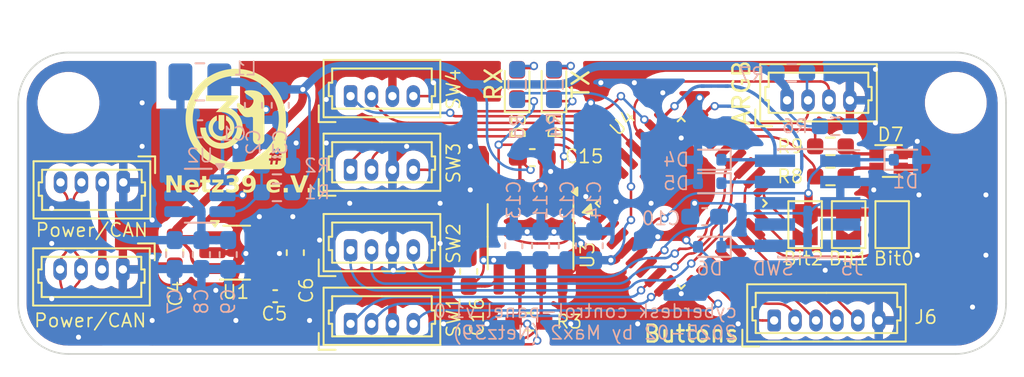
<source format=kicad_pcb>
(kicad_pcb (version 20240108) (generator "pcbnew") (generator_version "8.0")
  (layers (0 "F.Cu" signal) (31 "B.Cu" signal) (34 "B.Paste" user) (35 "F.Paste" user) (36 "B.SilkS" user "B.Silkscreen") (37 "F.SilkS" user "F.Silkscreen") (38 "B.Mask" user) (39 "F.Mask" user) (44 "Edge.Cuts" user))
  (net 0 "")
  (net 1 "Net-(U2-VBST)")
  (net 2 "Net-(U2-SW)")
  (net 3 "GND")
  (net 4 "+5V")
  (net 5 "Net-(U1-Bypass)")
  (net 6 "+3V3")
  (net 7 "+24V")
  (net 8 "/~{RST}")
  (net 9 "Net-(D2-A)")
  (net 10 "/CAN_TX")
  (net 11 "/CAN_RX")
  (net 12 "Net-(D3-A)")
  (net 13 "/SWDIO")
  (net 14 "/SWCLK")
  (net 15 "Net-(D7-A2)")
  (net 16 "Net-(D7-A1)")
  (net 17 "/Encoder0_B")
  (net 18 "/Encoder0_Button")
  (net 19 "/CAN+")
  (net 20 "/CAN-")
  (net 21 "/Encoder0_A")
  (net 22 "/Encoder1_B")
  (net 27 "/PA6")
  (net 28 "/Encoder1_Button")
  (net 29 "/Encoder1_A")
  (net 30 "/PA7")
  (net 31 "/PA4")
  (net 32 "/PA5")
  (net 33 "/PA3")
  (net 34 "/Encoder2_A")
  (net 35 "/ledClock")
  (net 36 "/ledData")
  (net 37 "/adressBit2")
  (net 38 "/adressBit1")
  (net 39 "/adressBit0")
  (net 40 "/Encoder2_B")
  (net 41 "/Encoder2_Button")
  (net 42 "/Encoder3_A")
  (net 43 "/Encoder3_Button")
  (net 44 "Net-(U2-VFB)")
  (net 45 "/Status_LED_Red")
  (net 46 "/Status_LED_Green")
  (net 47 "/Encoder3_B")
  (footprint "MountingHole:MountingHole_3.2mm_M3_ISO14580" (layer "F.Cu") (at 111 94)
    (property "Reference" "H2" (hide yes))
    (property "Value" "MountingHole")
  )
  (footprint "Jumper:SolderJumper-2_P1.3mm_Open_TrianglePad1.0x1.5mm" (layer "F.Cu") (at 104.6 101.275 -90)
    (property "Reference" "JP2" (hide yes))
    (property "Value" "SolderJumper_2_Open")
  )
  (footprint "Connector_Molex:Molex_PicoBlade_53047-0410_1x04_P1.25mm_Vertical" (layer "F.Cu") (at 74.85 107.2)
    (property "Reference" "SW1")
    (property "Value" "RotaryEncoder_Switch")
  )
  (footprint "Resistor_SMD:R_0603_1608Metric_Pad0.98x0.95mm_HandSolder" (layer "F.Cu") (at 103.5125 98.4)
    (property "Reference" "R8")
    (property "Value" "68R")
  )
  (footprint "Capacitor_SMD:C_0603_1608Metric_Pad1.08x0.95mm_HandSolder" (layer "F.Cu") (at 81.905 104.075 90)
    (property "Reference" "C16")
    (property "Value" "100n")
  )
  (footprint "Capacitor_SMD:C_0603_1608Metric_Pad1.08x0.95mm_HandSolder" (layer "F.Cu") (at 64.349372 102.9125 -90)
    (property "Reference" "C4")
    (property "Value" "1u")
  )
  (footprint "Connector_Molex:Molex_PicoBlade_53047-0410_1x04_P1.25mm_Vertical" (layer "F.Cu") (at 61.25 103.95 180)
    (property "Reference" "J4" (hide yes))
    (property "Value" "Power/CAN")
  )
  (footprint "MountingHole:MountingHole_3.2mm_M3_ISO14580" (layer "F.Cu") (at 58 94)
    (property "Reference" "H1" (hide yes))
    (property "Value" "MountingHole")
  )
  (footprint "Connector_Molex:Molex_PicoBlade_53047-0410_1x04_P1.25mm_Vertical" (layer "F.Cu") (at 61.275 98.75 180)
    (property "Reference" "J2" (hide yes))
    (property "Value" "Power/CAN")
  )
  (footprint "Package_SO:SOIC-8_3.9x4.9mm_P1.27mm" (layer "F.Cu") (at 85.6 102 -90)
    (property "Reference" "U3")
    (property "Value" "TJA1051T-3")
  )
  (footprint "Package_TO_SOT_SMD:SOT-23-5_HandSoldering" (layer "F.Cu") (at 67.949372 102.95)
    (property "Reference" "U1")
    (property "Value" "TC1185-xCT")
  )
  (footprint "Connector_Molex:Molex_PicoBlade_53047-0410_1x04_P1.25mm_Vertical" (layer "F.Cu") (at 74.85 93.6)
    (property "Reference" "SW4")
    (property "Value" "RotaryEncoder_Switch")
  )
  (footprint "Resistor_SMD:R_0603_1608Metric_Pad0.98x0.95mm_HandSolder" (layer "F.Cu") (at 85.505 107.075 180)
    (property "Reference" "R3")
    (property "Value" "120R")
  )
  (footprint "LED_SMD:LED_0603_1608Metric_Pad1.05x0.95mm_HandSolder" (layer "F.Cu") (at 87 92.9 90)
    (property "Reference" "D2")
    (property "Value" "150060BS75000")
  )
  (footprint "Connector_Molex:Molex_PicoBlade_53047-0410_1x04_P1.25mm_Vertical" (layer "F.Cu") (at 74.85 98)
    (property "Reference" "SW3")
    (property "Value" "RotaryEncoder_Switch")
  )
  (footprint "Jumper:SolderJumper-2_P1.3mm_Open_TrianglePad1.0x1.5mm" (layer "F.Cu") (at 102 101.275 -90)
    (property "Reference" "JP3" (hide yes))
    (property "Value" "SolderJumper_2_Open")
  )
  (footprint "Capacitor_SMD:C_0402_1005Metric_Pad0.74x0.62mm_HandSolder" (layer "F.Cu") (at 70.349372 105.55)
    (property "Reference" "C5")
    (property "Value" "470p")
  )
  (footprint "LED_SMD:LED_0603_1608Metric_Pad1.05x0.95mm_HandSolder" (layer "F.Cu") (at 84.8 92.9 90)
    (property "Reference" "D3")
    (property "Value" "150060BS75000")
  )
  (footprint "Resistor_SMD:R_0603_1608Metric_Pad0.98x0.95mm_HandSolder" (layer "F.Cu") (at 103.5125 96.6)
    (property "Reference" "R9")
    (property "Value" "4R7")
  )
  (footprint "Capacitor_SMD:C_0603_1608Metric_Pad1.08x0.95mm_HandSolder" (layer "F.Cu") (at 85.705 97.275)
    (property "Reference" "C15")
    (property "Value" "100n")
  )
  (footprint "Jumper:SolderJumper-2_P1.3mm_Open_TrianglePad1.0x1.5mm" (layer "F.Cu") (at 107.2 101.275 -90)
    (property "Reference" "JP1" (hide yes))
    (property "Value" "SolderJumper_2_Open")
  )
  (footprint "extraFootprints:LED_LiteOn_LTST-C195TGKRKT" (layer "F.Cu") (at 106.9875 97.475 90)
    (property "Reference" "D7")
    (property "Value" "LTST-C195TGKRKT")
  )
  (footprint "Package_QFP:LQFP-32_7x7mm_P0.8mm" (layer "F.Cu") (at 94.6 100 45)
    (property "Reference" "U4")
    (property "Value" "STM32G0B1KETx")
  )
  (footprint "Connector_Molex:Molex_PicoBlade_53047-0610_1x06_P1.25mm_Vertical" (layer "F.Cu") (at 100.15 107)
    (property "Reference" "J6")
    (property "Value" "Conn_01x06_Pin")
  )
  (footprint "Connector_Molex:Molex_PicoBlade_53047-0410_1x04_P1.25mm_Vertical" (layer "F.Cu") (at 74.85 102.8)
    (property "Reference" "SW2")
    (property "Value" "RotaryEncoder_Switch")
  )
  (footprint "Capacitor_SMD:C_0603_1608Metric_Pad1.08x0.95mm_HandSolder" (layer "F.Cu") (at 71.549372 102.95 -90)
    (property "Reference" "C6")
    (property "Value" "1u")
  )
  (footprint "Connector_Molex:Molex_PicoBlade_53047-0410_1x04_P1.25mm_Vertical" (layer "F.Cu") (at 100.925 93.85)
    (property "Reference" "J7" (hide yes))
    (property "Value" "ARGB")
  )
  (footprint "Capacitor_SMD:C_0603_1608Metric_Pad1.08x0.95mm_HandSolder" (layer "B.Cu") (at 86.2 102.5375 90)
    (property "Reference" "C11")
    (property "Value" "1u")
  )
  (footprint "Resistor_SMD:R_0603_1608Metric_Pad0.98x0.95mm_HandSolder" (layer "B.Cu") (at 84.8 92.9125 -90)
    (property "Reference" "R5")
    (property "Value" "1k2")
  )
  (footprint "Capacitor_SMD:C_0603_1608Metric_Pad1.08x0.95mm_HandSolder" (layer "B.Cu") (at 96 100.8 180)
    (property "Reference" "C10")
    (property "Value" "100n")
  )
  (footprint "Capacitor_SMD:C_0603_1608Metric_Pad1.08x0.95mm_HandSolder" (layer "B.Cu") (at 70.65 94.15 90)
    (property "Reference" "C3")
    (property "Value" "22u")
  )
  (footprint "Package_TO_SOT_SMD:SOT-23-6_Handsoldering" (layer "B.Cu") (at 65.85 99.55 180)
    (property "Reference" "U2")
    (property "Value" "TPP361061-T6TR")
  )
  (footprint "Diode_SMD:D_SOD-523" (layer "B.Cu") (at 108 97.4)
    (property "Reference" "D1")
    (property "Value" "ESD5Zxx")
  )
  (footprint "Diode_SMD:D_SOD-523" (layer "B.Cu") (at 96.3 98.8 180)
    (property "Reference" "D5")
    (property "Value" "ESD5Zxx")
  )
  (footprint "Capacitor_SMD:C_0603_1608Metric_Pad1.08x0.95mm_HandSolder" (layer "B.Cu") (at 84.6 102.5375 -90)
    (property "Reference" "C13")
    (property "Value" "10u")
  )
  (footprint "Capacitor_SMD:C_0603_1608Metric_Pad1.08x0.95mm_HandSolder" (layer "B.Cu") (at 64.340625 103.0625 90)
    (property "Reference" "C7")
    (property "Value" "10u 35V")
  )
  (footprint "Diode_SMD:D_SOD-523" (layer "B.Cu") (at 96.3 102.6 180)
    (property "Reference" "D6")
    (property "Value" "ESD5Zxx")
  )
  (footprint "Inductor_SMD:L_1008_2520Metric_Pad1.43x2.20mm_HandSolder" (layer "B.Cu") (at 65.85 92.75)
    (property "Reference" "L1")
    (property "Value" "10u")
  )
  (footprint "Resistor_SMD:R_0603_1608Metric_Pad0.98x0.95mm_HandSolder" (layer "B.Cu") (at 70.45 99.35 180)
    (property "Reference" "R1")
    (property "Value" "20k")
  )
  (footprint "Capacitor_SMD:C_0603_1608Metric_Pad1.08x0.95mm_HandSolder" (layer "B.Cu") (at 87.8 102.5375 90)
    (property "Reference" "C12")
    (property "Value" "100n")
  )
  (footprint "Connector_PinHeader_1.27mm:PinHeader_2x05_P1.27mm_Vertical_SMD" (layer "B.Cu") (at 102.15 100 180)
    (property "Reference" "J5")
    (property "Value" "SWD")
  )
  (footprint "Capacitor_SMD:C_0603_1608Metric_Pad1.08x0.95mm_HandSolder" (layer "B.Cu") (at 65.940625 103.0625 90)
    (property "Reference" "C8")
    (property "Value" "10u 35V")
  )
  (footprint "Resistor_SMD:R_0603_1608Metric_Pad0.98x0.95mm_HandSolder" (layer "B.Cu") (at 87 92.9125 -90)
    (property "Reference" "R4")
    (property "Value" "1k2")
  )
  (footprint "Capacitor_SMD:C_0603_1608Metric_Pad1.08x0.95mm_HandSolder" (layer "B.Cu") (at 65.85 95.55 180)
    (property "Reference" "C1")
    (property "Value" "100n")
  )
  (footprint "Diode_SMD:D_SOD-523" (layer "B.Cu") (at 96.3 97.4 180)
    (property "Reference" "D4")
    (property "Value" "ESD5Zxx")
  )
  (footprint "Resistor_SMD:R_0603_1608Metric_Pad0.98x0.95mm_HandSolder" (layer "B.Cu") (at 103.8 95.4)
    (property "Reference" "R6")
    (property "Value" "2k2")
  )
  (footprint "Resistor_SMD:R_0603_1608Metric_Pad0.98x0.95mm_HandSolder" (layer "B.Cu") (at 101.2 92.2)
    (property "Reference" "R7")
    (property "Value" "2k2")
  )
  (footprint "Capacitor_SMD:C_0603_1608Metric_Pad1.08x0.95mm_HandSolder" (layer "B.Cu") (at 69.05 94.15 90)
    (property "Reference" "C2")
    (property "Value" "22u")
  )
  (footprint "Capacitor_SMD:C_0603_1608Metric_Pad1.08x0.95mm_HandSolder" (layer "B.Cu") (at 67.540625 103.0625 90)
    (property "Reference" "C9")
    (property "Value" "100n 35V")
  )
  (footprint "Capacitor_SMD:C_0603_1608Metric_Pad1.08x0.95mm_HandSolder" (layer "B.Cu") (at 89.4 102.5375 -90)
    (property "Reference" "C14")
    (property "Value" "100n")
  )
  (footprint "Resistor_SMD:R_0603_1608Metric_Pad0.98x0.95mm_HandSolder" (layer "B.Cu") (at 70.45 97.75 180)
    (property "Reference" "R2")
    (property "Value" "2k7")
  )
  (gr_poly (pts (xy 66.971442 94.72855) (xy 67.307992 94.72855) (xy 67.307992 95.475734) (xy 67.307746 95.485201) (xy 67.307016 95.494543) (xy 67.305815 95.503747) (xy 67.304155 95.5128) (xy 67.302049 95.521689) (xy 67.299508 95.5304) (xy 67.296546 95.538921) (xy 67.293175 95.547237) (xy 67.289407 95.555337) (xy 67.285254 95.563206) (xy 67.280729 95.570832) (xy 67.275845 95.578202) (xy 67.270613 95.585301) (xy 67.265046 95.592118) (xy 67.259157 95.598639) (xy 67.252958 95.60485) (xy 67.246462 95.610739) (xy 67.23968 95.616292) (xy 67.232625 95.621497) (xy 67.225309 95.626339) (xy 67.217746 95.630807) (xy 67.209947 95.634886) (xy 67.201925 95.638563) (xy 67.193692 95.641826) (xy 67.18526 95.644661) (xy 67.176643 95.647054) (xy 67.167851 95.648994) (xy 67.158899 95.650466) (xy 67.149798 95.651458) (xy 67.14056 95.651955) (xy 67.131198 95.651946) (xy 67.121725 95.651417) (xy 67.113454 95.650625) (xy 67.105316 95.649445) (xy 67.097318 95.647887) (xy 67.089471 95.64596) (xy 67.081781 95.643673) (xy 67.074258 95.641036) (xy 67.06691 95.638058) (xy 67.059746 95.634748) (xy 67.052774 95.631116) (xy 67.046003 95.62717) (xy 67.039442 95.622921) (xy 67.033098 95.618377) (xy 67.02698 95.613548) (xy 67.021098 95.608443) (xy 67.015458 95.603071) (xy 67.010071 95.597442) (xy 67.004944 95.591565) (xy 67.000086 95.585449) (xy 66.995505 95.579103) (xy 66.991211 95.572538) (xy 66.987211 95.565762) (xy 66.983514 95.558784) (xy 66.980129 95.551614) (xy 66.977064 95.544261) (xy 66.974328 95.536734) (xy 66.971929 95.529043) (xy 66.969875 95.521197) (xy 66.968176 95.513205) (xy 66.966839 95.505077) (xy 66.965874 95.496822) (xy 66.965289 95.488448) (xy 66.965092 95.479967) (xy 66.965092 94.730667) (xy 66.965187 94.730485) (xy 66.965456 94.730005) (xy 66.965647 94.729685) (xy 66.965873 94.729327) (xy 66.96613 94.728945) (xy 66.966415 94.72855) (xy 66.966724 94.728155) (xy 66.967055 94.727773) (xy 66.967228 94.72759) (xy 66.967405 94.727415) (xy 66.967586 94.72725) (xy 66.967771 94.727095) (xy 66.967958 94.726953) (xy 66.968148 94.726824) (xy 66.968341 94.726711) (xy 66.968535 94.726615) (xy 66.968731 94.726538) (xy 66.968929 94.726481) (xy 66.969127 94.726446) (xy 66.969325 94.726433)) (stroke (width -0.000001)) (fill solid) (layer "F.SilkS"))
  (gr_poly (pts (xy 70.408908 97.317233) (xy 70.241691 97.317233) (xy 70.275558 97.118267) (xy 70.442775 97.118267)) (stroke (width -0.000001)) (fill solid) (layer "F.SilkS"))
  (gr_poly (pts (xy 68.899891 93.247909) (xy 68.932703 93.249128) (xy 68.965342 93.251117) (xy 69.021847 93.255933) (xy 69.078451 93.262659) (xy 69.134857 93.271618) (xy 69.162893 93.277035) (xy 69.190767 93.283132) (xy 69.218443 93.289947) (xy 69.245883 93.297522) (xy 69.27305 93.305898) (xy 69.299908 93.315113) (xy 69.326418 93.325209) (xy 69.352543 93.336226) (xy 69.378247 93.348204) (xy 69.403492 93.361184) (xy 69.427161 93.375965) (xy 69.450468 93.391722) (xy 69.473297 93.408441) (xy 69.495534 93.426106) (xy 69.517064 93.4447) (xy 69.537772 93.46421) (xy 69.557544 93.484618) (xy 69.576265 93.505911) (xy 69.59382 93.528071) (xy 69.610094 93.551084) (xy 69.624973 93.574934) (xy 69.638343 93.599606) (xy 69.650087 93.625084) (xy 69.655314 93.638121) (xy 69.660092 93.651353) (xy 69.664407 93.664779) (xy 69.668243 93.678397) (xy 69.671588 93.692205) (xy 69.674425 93.7062) (xy 69.680316 93.743951) (xy 69.685339 93.781793) (xy 69.693078 93.857707) (xy 69.698238 93.93387) (xy 69.701413 94.010206) (xy 69.706175 94.3158) (xy 69.706175 96.165767) (xy 69.704748 96.205956) (xy 69.69945 96.243576) (xy 69.690538 96.278624) (xy 69.67827 96.311098) (xy 69.662905 96.340995) (xy 69.6447 96.368313) (xy 69.623914 96.39305) (xy 69.600805 96.415203) (xy 69.575631 96.43477) (xy 69.54865 96.451749) (xy 69.52012 96.466138) (xy 69.4903 96.477934) (xy 69.459447 96.487134) (xy 69.42782 96.493738) (xy 69.395677 96.497741) (xy 69.363275 96.499142) (xy 69.330874 96.497938) (xy 69.29873 96.494128) (xy 69.267103 96.487709) (xy 69.236251 96.478678) (xy 69.20643 96.467033) (xy 69.177901 96.452773) (xy 69.15092 96.435893) (xy 69.125746 96.416394) (xy 69.102637 96.39427) (xy 69.081851 96.369522) (xy 69.063646 96.342146) (xy 69.048281 96.312139) (xy 69.036013 96.279501) (xy 69.0271 96.244227) (xy 69.021802 96.206317) (xy 69.020375 96.165767) (xy 69.020375 94.897884) (xy 69.022492 94.9) (xy 69.018682 94.891306) (xy 69.014412 94.883456) (xy 69.009704 94.876413) (xy 69.004583 94.870139) (xy 68.999071 94.8646) (xy 68.993191 94.859756) (xy 68.986967 94.855572) (xy 68.980423 94.852011) (xy 68.973581 94.849036) (xy 68.966464 94.846611) (xy 68.959096 94.844697) (xy 68.951501 94.843259) (xy 68.9437 94.84226) (xy 68.935719 94.841663) (xy 68.927579 94.841431) (xy 68.919304 94.841527) (xy 68.902443 94.842557) (xy 68.885322 94.844458) (xy 68.851041 94.849696) (xy 68.817952 94.854885) (xy 68.802319 94.856724) (xy 68.787541 94.857667) (xy 68.750686 94.859664) (xy 68.713359 94.860544) (xy 68.69462 94.860403) (xy 68.675883 94.859788) (xy 68.65719 94.858633) (xy 68.638581 94.856873) (xy 68.620096 94.854444) (xy 68.601775 94.85128) (xy 68.583659 94.847316) (xy 68.565788 94.842486) (xy 68.548202 94.836727) (xy 68.530941 94.829973) (xy 68.514046 94.822158) (xy 68.497558 94.813217) (xy 68.484679 94.80541) (xy 68.472216 94.797094) (xy 68.460137 94.788307) (xy 68.448412 94.779086) (xy 68.437009 94.769468) (xy 68.425897 94.75949) (xy 68.415046 94.74919) (xy 68.404425 94.738605) (xy 68.394001 94.727771) (xy 68.383746 94.716727) (xy 68.363613 94.694155) (xy 68.323991 94.648117) (xy 68.294337 94.611997) (xy 68.26575 94.575059) (xy 68.238303 94.537277) (xy 68.212073 94.498628) (xy 68.199436 94.478969) (xy 68.187131 94.459085) (xy 68.175168 94.438971) (xy 68.163555 94.418624) (xy 68.152301 94.398042) (xy 68.141417 94.377221) (xy 68.13091 94.356158) (xy 68.120791 94.33485) (xy 68.088876 94.25822) (xy 68.080688 94.237551) (xy 68.073055 94.216569) (xy 68.066296 94.19542) (xy 68.060731 94.174248) (xy 68.056679 94.153201) (xy 68.05532 94.142769) (xy 68.05446 94.132423) (xy 68.054137 94.122181) (xy 68.054392 94.112061) (xy 68.055265 94.102082) (xy 68.056795 94.092261) (xy 68.059024 94.082616) (xy 68.061989 94.073167) (xy 68.065733 94.06393) (xy 68.070293 94.054925) (xy 68.075711 94.04617) (xy 68.082026 94.037683) (xy 68.089279 94.029481) (xy 68.097508 94.021584) (xy 68.105597 94.015196) (xy 68.113974 94.01027) (xy 68.122618 94.006729) (xy 68.131507 94.004498) (xy 68.140619 94.003498) (xy 68.149933 94.003655) (xy 68.159426 94.004891) (xy 68.169078 94.007131) (xy 68.178866 94.010298) (xy 68.188769 94.014316) (xy 68.198764 94.019108) (xy 68.208831 94.024598) (xy 68.218948 94.030709) (xy 68.229093 94.037366) (xy 68.249379 94.052011) (xy 68.269516 94.067921) (xy 68.289331 94.084484) (xy 68.327299 94.117132) (xy 68.345104 94.131993) (xy 68.361893 94.145066) (xy 68.377491 94.155738) (xy 68.384789 94.159984) (xy 68.391725 94.1634) (xy 68.448875 94.203617) (xy 68.467958 94.216284) (xy 68.477562 94.222555) (xy 68.48724 94.228752) (xy 68.497017 94.23485) (xy 68.506918 94.240824) (xy 68.516968 94.246649) (xy 68.527192 94.2523) (xy 68.548691 94.264295) (xy 68.570302 94.274835) (xy 68.591988 94.283856) (xy 68.613711 94.291293) (xy 68.635433 94.29708) (xy 68.657119 94.301153) (xy 68.67873 94.303446) (xy 68.700229 94.303894) (xy 68.710925 94.303406) (xy 68.72158 94.302432) (xy 68.732188 94.300964) (xy 68.742744 94.298995) (xy 68.753245 94.296516) (xy 68.763686 94.293518) (xy 68.774061 94.289994) (xy 68.784367 94.285935) (xy 68.794598 94.281334) (xy 68.80475 94.276182) (xy 68.814818 94.270472) (xy 68.824798 94.264194) (xy 68.834685 94.257341) (xy 68.844474 94.249905) (xy 68.854161 94.241877) (xy 68.863742 94.23325) (xy 68.88497 94.213544) (xy 68.905678 94.192583) (xy 68.925691 94.170449) (xy 68.944836 94.147228) (xy 68.96294 94.123001) (xy 68.979828 94.097854) (xy 68.995326 94.071869) (xy 69.009263 94.045131) (xy 69.021462 94.017724) (xy 69.031752 93.98973) (xy 69.036127 93.97554) (xy 69.039958 93.961234) (xy 69.043226 93.946824) (xy 69.045907 93.93232) (xy 69.047981 93.917732) (xy 69.049425 93.90307) (xy 69.050219 93.888346) (xy 69.050339 93.87357) (xy 69.049765 93.858751) (xy 69.048475 93.843902) (xy 69.046446 93.829031) (xy 69.043658 93.81415) (xy 69.041059 93.807104) (xy 69.038044 93.800247) (xy 69.034645 93.79357) (xy 69.030892 93.787063) (xy 69.026817 93.780718) (xy 69.02245 93.774525) (xy 69.017823 93.768474) (xy 69.012967 93.762556) (xy 69.007912 93.756763) (xy 69.002689 93.751084) (xy 68.997331 93.745511) (xy 68.991866 93.740034) (xy 68.980745 93.729331) (xy 68.969575 93.7189) (xy 68.961637 93.711856) (xy 68.9537 93.70501) (xy 68.945762 93.698362) (xy 68.937825 93.691913) (xy 68.929887 93.685662) (xy 68.92195 93.67961) (xy 68.914012 93.673756) (xy 68.906075 93.6681) (xy 68.900832 93.661889) (xy 68.893175 93.6548) (xy 68.871431 93.638198) (xy 68.807915 93.596762) (xy 68.728523 93.54714) (xy 68.686936 93.520306) (xy 68.646254 93.492681) (xy 68.608103 93.464685) (xy 68.574106 93.436734) (xy 68.545888 93.409249) (xy 68.534455 93.395812) (xy 68.525075 93.382648) (xy 68.517953 93.369809) (xy 68.513291 93.357349) (xy 68.511292 93.345318) (xy 68.51216 93.33377) (xy 68.516098 93.322757) (xy 68.523308 93.312331) (xy 68.533994 93.302545) (xy 68.548358 93.29345) (xy 68.533542 93.301917) (xy 68.542814 93.295883) (xy 68.55236 93.290453) (xy 68.562154 93.285588) (xy 68.572171 93.281246) (xy 68.582386 93.277389) (xy 68.592775 93.273974) (xy 68.603313 93.270963) (xy 68.613975 93.268315) (xy 68.624736 93.265989) (xy 68.635572 93.263945) (xy 68.657367 93.260543) (xy 68.679162 93.257785) (xy 68.700759 93.25535) (xy 68.734092 93.252477) (xy 68.7674 93.250224) (xy 68.800659 93.248616) (xy 68.833844 93.247677) (xy 68.866929 93.247433)) (stroke (width -0.000001)) (fill solid) (layer "F.SilkS"))
  (gr_poly (pts (xy 68.076448 93.556016) (xy 68.080736 93.556314) (xy 68.084968 93.55681) (xy 68.08914 93.557504) (xy 68.093251 93.558397) (xy 68.097297 93.559489) (xy 68.101275 93.560779) (xy 68.105181 93.562267) (xy 68.109013 93.563954) (xy 68.112767 93.565839) (xy 68.116441 93.567922) (xy 68.120031 93.570204) (xy 68.123534 93.572685) (xy 68.126947 93.575364) (xy 68.130267 93.578241) (xy 68.133491 93.581317) (xy 68.136567 93.584547) (xy 68.139444 93.587881) (xy 68.142123 93.591313) (xy 68.144604 93.594835) (xy 68.146886 93.598442) (xy 68.148969 93.602125) (xy 68.150855 93.605878) (xy 68.152541 93.609693) (xy 68.15403 93.613565) (xy 68.155319 93.617485) (xy 68.156411 93.621447) (xy 68.157304 93.625444) (xy 68.157998 93.629469) (xy 68.158494 93.633515) (xy 68.158792 93.637575) (xy 68.158891 93.641642) (xy 68.158792 93.645709) (xy 68.158494 93.649768) (xy 68.157998 93.653814) (xy 68.157304 93.657839) (xy 68.156411 93.661836) (xy 68.155319 93.665799) (xy 68.15403 93.669719) (xy 68.152541 93.67359) (xy 68.150855 93.677406) (xy 68.148969 93.681159) (xy 68.146886 93.684842) (xy 68.144604 93.688448) (xy 68.142123 93.691971) (xy 68.139444 93.695403) (xy 68.136567 93.698737) (xy 68.133491 93.701967) (xy 67.553525 94.281933) (xy 67.600853 94.299482) (xy 67.647169 94.318759) (xy 67.692441 94.33972) (xy 67.736637 94.362321) (xy 67.779724 94.386518) (xy 67.821671 94.412265) (xy 67.862445 94.439518) (xy 67.902014 94.468233) (xy 67.940346 94.498365) (xy 67.977408 94.529869) (xy 68.013169 94.562701) (xy 68.047597 94.596816) (xy 68.080658 94.63217) (xy 68.112322 94.668719) (xy 68.142556 94.706416) (xy 68.171327 94.745219) (xy 68.198603 94.785082) (xy 68.224353 94.825961) (xy 68.248545 94.867811) (xy 68.271145 94.910588) (xy 68.292122 94.954246) (xy 68.311444 94.998743) (xy 68.329078 95.044032) (xy 68.344993 95.09007) (xy 68.359155 95.136812) (xy 68.371534 95.184213) (xy 68.382097 95.232228) (xy 68.390811 95.280814) (xy 68.397645 95.329925) (xy 68.402566 95.379518) (xy 68.405542 95.429546) (xy 68.406541 95.479967) (xy 68.404893 95.545246) (xy 68.4 95.609664) (xy 68.391942 95.673142) (xy 68.380798 95.7356) (xy 68.366649 95.796959) (xy 68.349573 95.857139) (xy 68.32965 95.916061) (xy 68.306959 95.973646) (xy 68.28158 96.029814) (xy 68.253592 96.084485) (xy 68.223075 96.137581) (xy 68.190108 96.189021) (xy 68.154771 96.238726) (xy 68.117142 96.286618) (xy 68.077303 96.332615) (xy 68.035331 96.37664) (xy 67.991306 96.418611) (xy 67.945309 96.458451) (xy 67.897418 96.496079) (xy 67.847712 96.531417) (xy 67.796272 96.564384) (xy 67.743177 96.594901) (xy 67.688505 96.622888) (xy 67.632337 96.648267) (xy 67.574753 96.670958) (xy 67.51583 96.690881) (xy 67.45565 96.707957) (xy 67.394291 96.722107) (xy 67.331833 96.73325) (xy 67.268355 96.741308) (xy 67.203937 96.746201) (xy 67.138658 96.74785) (xy 67.073379 96.746201) (xy 67.008961 96.741308) (xy 66.945483 96.73325) (xy 66.883025 96.722107) (xy 66.821666 96.707957) (xy 66.761486 96.690881) (xy 66.702563 96.670958) (xy 66.644979 96.648267) (xy 66.588811 96.622888) (xy 66.534139 96.594901) (xy 66.481044 96.564384) (xy 66.429604 96.531417) (xy 66.379898 96.496079) (xy 66.332007 96.458451) (xy 66.28601 96.418611) (xy 66.241985 96.37664) (xy 66.200013 96.332615) (xy 66.160174 96.286618) (xy 66.122545 96.238726) (xy 66.087208 96.189021) (xy 66.054241 96.137581) (xy 66.023724 96.084485) (xy 65.995736 96.029814) (xy 65.970357 95.973646) (xy 65.947667 95.916061) (xy 65.927743 95.857139) (xy 65.910667 95.796959) (xy 65.896518 95.7356) (xy 65.885375 95.673142) (xy 65.877317 95.609664) (xy 65.872424 95.545246) (xy 65.870775 95.479967) (xy 66.213675 95.479967) (xy 66.21488 95.527688) (xy 66.218458 95.574768) (xy 66.22435 95.621151) (xy 66.232497 95.666779) (xy 66.242841 95.711595) (xy 66.255323 95.755541) (xy 66.269885 95.798559) (xy 66.286468 95.840594) (xy 66.305014 95.881586) (xy 66.325464 95.92148) (xy 66.347759 95.960217) (xy 66.371842 95.99774) (xy 66.397653 96.033992) (xy 66.425134 96.068915) (xy 66.454227 96.102452) (xy 66.484873 96.134546) (xy 66.517013 96.165139) (xy 66.550589 96.194174) (xy 66.585543 96.221594) (xy 66.621815 96.247341) (xy 66.659348 96.271358) (xy 66.698083 96.293587) (xy 66.737961 96.313972) (xy 66.778924 96.332454) (xy 66.820913 96.348977) (xy 66.86387 96.363483) (xy 66.907736 96.375914) (xy 66.952453 96.386214) (xy 66.997963 96.394325) (xy 67.044205 96.40019) (xy 67.091123 96.40375) (xy 67.138658 96.40495) (xy 67.186193 96.403744) (xy 67.233111 96.400166) (xy 67.279353 96.394274) (xy 67.324863 96.386127) (xy 67.36958 96.375783) (xy 67.413446 96.363301) (xy 67.456403 96.34874) (xy 67.498392 96.332156) (xy 67.539355 96.313611) (xy 67.579233 96.293161) (xy 67.617968 96.270865) (xy 67.655501 96.246783) (xy 67.691773 96.220972) (xy 67.726727 96.193491) (xy 67.760303 96.164398) (xy 67.792443 96.133752) (xy 67.823089 96.101612) (xy 67.852182 96.068036) (xy 67.879663 96.033082) (xy 67.905474 95.99681) (xy 67.929557 95.959277) (xy 67.951852 95.920542) (xy 67.972302 95.880664) (xy 67.990848 95.839701) (xy 68.007431 95.797712) (xy 68.021993 95.754755) (xy 68.034475 95.710888) (xy 68.044819 95.666171) (xy 68.052966 95.620662) (xy 68.058858 95.574419) (xy 68.062436 95.527501) (xy 68.063641 95.479967) (xy 68.062436 95.432432) (xy 68.058858 95.385514) (xy 68.052966 95.339271) (xy 68.044819 95.293762) (xy 68.034475 95.249045) (xy 68.021993 95.205179) (xy 68.007431 95.162222) (xy 67.990848 95.120233) (xy 67.972302 95.07927) (xy 67.951852 95.039392) (xy 67.929557 95.000657) (xy 67.905474 94.963124) (xy 67.879663 94.926851) (xy 67.852182 94.891898) (xy 67.823089 94.858322) (xy 67.792443 94.826181) (xy 67.760303 94.795536) (xy 67.726727 94.766443) (xy 67.691773 94.738962) (xy 67.655501 94.713151) (xy 67.617968 94.689068) (xy 67.579233 94.666773) (xy 67.539355 94.646323) (xy 67.498392 94.627777) (xy 67.456403 94.611194) (xy 67.413446 94.596632) (xy 67.36958 94.58415) (xy 67.324863 94.573806) (xy 67.279353 94.565659) (xy 67.233111 94.559767) (xy 67.186193 94.556189) (xy 67.138658 94.554984) (xy 66.795758 94.554984) (xy 67.451925 93.898817) (xy 66.211558 93.898817) (xy 66.211558 93.555917) (xy 68.072108 93.555917)) (stroke (width -0.000001)) (fill solid) (layer "F.SilkS"))
  (gr_poly (pts (xy 68.148219 91.972323) (xy 68.300621 91.983916) (xy 68.45081 92.003006) (xy 68.598596 92.029403) (xy 68.74379 92.06292) (xy 68.886202 92.103367) (xy 69.025644 92.150554) (xy 69.161927 92.204293) (xy 69.294861 92.264394) (xy 69.424257 92.330669) (xy 69.549926 92.402927) (xy 69.67168 92.480981) (xy 69.789328 92.564641) (xy 69.902682 92.653717) (xy 70.011552 92.748021) (xy 70.11575 92.847363) (xy 70.215086 92.951554) (xy 70.309371 93.060406) (xy 70.398416 93.173729) (xy 70.482032 93.291334) (xy 70.56003 93.413031) (xy 70.632221 93.538632) (xy 70.698414 93.667948) (xy 70.758423 93.800789) (xy 70.812056 93.936966) (xy 70.859126 94.07629) (xy 70.899442 94.218573) (xy 70.932816 94.363624) (xy 70.959059 94.511254) (xy 70.977981 94.661276) (xy 70.989394 94.813499) (xy 70.993108 94.967734) (xy 70.993108 97.539483) (xy 70.992554 97.561381) (xy 70.990911 97.583004) (xy 70.988204 97.604323) (xy 70.98446 97.625312) (xy 70.979705 97.645942) (xy 70.973965 97.666187) (xy 70.967268 97.686019) (xy 70.959638 97.70541) (xy 70.951104 97.724333) (xy 70.94169 97.74276) (xy 70.931424 97.760664) (xy 70.920331 97.778018) (xy 70.908439 97.794793) (xy 70.895773 97.810962) (xy 70.882359 97.826498) (xy 70.868225 97.841373) (xy 70.853396 97.85556) (xy 70.837899 97.869031) (xy 70.82176 97.881758) (xy 70.805006 97.893715) (xy 70.787663 97.904873) (xy 70.769756 97.915206) (xy 70.751314 97.924685) (xy 70.732361 97.933283) (xy 70.712925 97.940972) (xy 70.693031 97.947726) (xy 70.672707 97.953516) (xy 70.651977 97.958315) (xy 70.63087 97.962095) (xy 70.609411 97.96483) (xy 70.587625 97.96649) (xy 70.565541 97.96705) (xy 67.993792 97.96705) (xy 67.839557 97.963144) (xy 67.687334 97.951551) (xy 67.537312 97.932462) (xy 67.389682 97.906064) (xy 67.244631 97.872547) (xy 67.102348 97.8321) (xy 66.963024 97.784913) (xy 66.826847 97.731174) (xy 66.694006 97.671073) (xy 66.56469 97.604798) (xy 66.439089 97.53254) (xy 66.317392 97.454486) (xy 66.199787 97.370827) (xy 66.086464 97.28175) (xy 65.977612 97.187447) (xy 65.873421 97.088104) (xy 65.774079 96.983913) (xy 65.679775 96.875061) (xy 65.590699 96.761738) (xy 65.507039 96.644134) (xy 65.428985 96.522436) (xy 65.356727 96.396835) (xy 65.290452 96.267519) (xy 65.230351 96.134678) (xy 65.176612 95.998501) (xy 65.129425 95.859177) (xy 65.088978 95.716895) (xy 65.055461 95.571843) (xy 65.029064 95.424213) (xy 65.009974 95.274191) (xy 64.998381 95.121969) (xy 64.994475 94.967734) (xy 65.422042 94.967734) (xy 65.425388 95.100071) (xy 65.43532 95.230671) (xy 65.451675 95.359373) (xy 65.474293 95.486015) (xy 65.503011 95.610435) (xy 65.537667 95.732473) (xy 65.578101 95.851965) (xy 65.62415 95.968751) (xy 65.675654 96.082669) (xy 65.732449 96.193558) (xy 65.794375 96.301255) (xy 65.861271 96.405599) (xy 65.932973 96.506429) (xy 66.009322 96.603582) (xy 66.090155 96.696898) (xy 66.17531 96.786215) (xy 66.264627 96.87137) (xy 66.357943 96.952203) (xy 66.455096 97.028551) (xy 66.555926 97.100254) (xy 66.66027 97.16715) (xy 66.767967 97.229076) (xy 66.878856 97.285871) (xy 66.992774 97.337375) (xy 67.10956 97.383424) (xy 67.229052 97.423858) (xy 67.35109 97.458514) (xy 67.47551 97.487232) (xy 67.602152 97.50985) (xy 67.730854 97.526205) (xy 67.861455 97.536137) (xy 67.993792 97.539483) (xy 68.126129 97.536137) (xy 68.256729 97.526205) (xy 68.385431 97.50985) (xy 68.512073 97.487232) (xy 68.636493 97.458514) (xy 68.758531 97.423858) (xy 68.878023 97.383424) (xy 68.994809 97.337375) (xy 69.039359 97.317233) (xy 69.974991 97.317233) (xy 69.974991 97.456934) (xy 70.078708 97.456934) (xy 70.040608 97.683417) (xy 70.178191 97.683417) (xy 70.216291 97.456934) (xy 70.383508 97.456934) (xy 70.345408 97.683417) (xy 70.482991 97.683417) (xy 70.521091 97.456934) (xy 70.681958 97.456934) (xy 70.681958 97.317233) (xy 70.546491 97.317233) (xy 70.580358 97.118267) (xy 70.720058 97.118267) (xy 70.720058 96.978567) (xy 70.603641 96.978567) (xy 70.641741 96.752084) (xy 70.504158 96.752084) (xy 70.466058 96.978567) (xy 70.298841 96.978567) (xy 70.336941 96.752084) (xy 70.199358 96.752084) (xy 70.161258 96.978567) (xy 70.013091 96.978567) (xy 70.013091 97.118267) (xy 70.137975 97.118267) (xy 70.104108 97.317233) (xy 69.974991 97.317233) (xy 69.039359 97.317233) (xy 69.108727 97.285871) (xy 69.219616 97.229076) (xy 69.327313 97.16715) (xy 69.431657 97.100254) (xy 69.532487 97.028552) (xy 69.62964 96.952203) (xy 69.722956 96.87137) (xy 69.812273 96.786215) (xy 69.897428 96.696898) (xy 69.978261 96.603582) (xy 70.054609 96.506429) (xy 70.126312 96.405599) (xy 70.193208 96.301255) (xy 70.255134 96.193558) (xy 70.311929 96.08267) (xy 70.363433 95.968752) (xy 70.409482 95.851965) (xy 70.449916 95.732473) (xy 70.484572 95.610436) (xy 70.51329 95.486015) (xy 70.535908 95.359373) (xy 70.552263 95.230671) (xy 70.562195 95.100071) (xy 70.565541 94.967734) (xy 70.562195 94.835397) (xy 70.552263 94.704796) (xy 70.535908 94.576094) (xy 70.51329 94.449452) (xy 70.484572 94.325032) (xy 70.449916 94.202994) (xy 70.409482 94.083502) (xy 70.363433 93.966716) (xy 70.311929 93.852798) (xy 70.255134 93.741909) (xy 70.193208 93.634212) (xy 70.126312 93.529868) (xy 70.05461 93.429038) (xy 69.978261 93.331885) (xy 69.897428 93.238569) (xy 69.812273 93.149252) (xy 69.722956 93.064097) (xy 69.62964 92.983264) (xy 69.532487 92.906915) (xy 69.431657 92.835213) (xy 69.327313 92.768317) (xy 69.219616 92.706391) (xy 69.108728 92.649595) (xy 68.99481 92.598092) (xy 68.878023 92.552043) (xy 68.758531 92.511609) (xy 68.636494 92.476953) (xy 68.512073 92.448235) (xy 68.385431 92.425617) (xy 68.256729 92.409262) (xy 68.126129 92.39933) (xy 67.993792 92.395984) (xy 67.861455 92.39933) (xy 67.730854 92.409262) (xy 67.602152 92.425617) (xy 67.47551 92.448235) (xy 67.35109 92.476953) (xy 67.229052 92.511609) (xy 67.10956 92.552043) (xy 66.992774 92.598092) (xy 66.878856 92.649595) (xy 66.767967 92.706391) (xy 66.66027 92.768317) (xy 66.555926 92.835213) (xy 66.455096 92.906915) (xy 66.357943 92.983264) (xy 66.264627 93.064097) (xy 66.17531 93.149252) (xy 66.090155 93.238569) (xy 66.009322 93.331885) (xy 65.932973 93.429038) (xy 65.861271 93.529868) (xy 65.794375 93.634212) (xy 65.732449 93.741909) (xy 65.675654 93.852798) (xy 65.62415 93.966716) (xy 65.578101 94.083502) (xy 65.537667 94.202994) (xy 65.503011 94.325032) (xy 65.474293 94.449452) (xy 65.451675 94.576094) (xy 65.43532 94.704796) (xy 65.425388 94.835397) (xy 65.422042 94.967734) (xy 64.994475 94.967734) (xy 64.998381 94.813499) (xy 65.009974 94.661276) (xy 65.029064 94.511254) (xy 65.055461 94.363624) (xy 65.088978 94.218573) (xy 65.129425 94.07629) (xy 65.176612 93.936966) (xy 65.230351 93.800789) (xy 65.290452 93.667948) (xy 65.356727 93.538632) (xy 65.428985 93.413031) (xy 65.507039 93.291334) (xy 65.590699 93.173729) (xy 65.679775 93.060406) (xy 65.774079 92.951554) (xy 65.873421 92.847363) (xy 65.977612 92.748021) (xy 66.086464 92.653717) (xy 66.199787 92.564641) (xy 66.317392 92.480981) (xy 66.439089 92.402927) (xy 66.56469 92.330669) (xy 66.694006 92.264394) (xy 66.826847 92.204293) (xy 66.963024 92.150554) (xy 67.102348 92.103367) (xy 67.244631 92.06292) (xy 67.389682 92.029403) (xy 67.537312 92.003006) (xy 67.687334 91.983916) (xy 67.839557 91.972323) (xy 67.993792 91.968417)) (stroke (width -0.000001)) (fill solid) (layer "F.SilkS"))
  (gr_poly (pts (xy 67.449699 94.778083) (xy 67.486635 94.795671) (xy 67.522455 94.81512) (xy 67.557097 94.836368) (xy 67.590498 94.859351) (xy 67.622598 94.884009) (xy 67.653333 94.910279) (xy 67.682641 94.9381) (xy 67.710462 94.967409) (xy 67.736732 94.998144) (xy 67.76139 95.030243) (xy 67.784374 95.063645) (xy 67.805621 95.098286) (xy 67.82507 95.134107) (xy 67.842659 95.171043) (xy 67.858325 95.209033) (xy 67.871582 95.246466) (xy 67.882796 95.284109) (xy 67.891996 95.321901) (xy 67.899211 95.35978) (xy 67.90447 95.397683) (xy 67.907801 95.43555) (xy 67.909233 95.473317) (xy 67.908794 95.510923) (xy 67.906514 95.548305) (xy 67.90242 95.585403) (xy 67.896543 95.622153) (xy 67.888909 95.658494) (xy 67.879548 95.694364) (xy 67.86849 95.7297) (xy 67.855761 95.764441) (xy 67.841392 95.798525) (xy 67.82541 95.831889) (xy 67.807844 95.864472) (xy 67.788724 95.896212) (xy 67.768077 95.927046) (xy 67.745933 95.956913) (xy 67.72232 95.985751) (xy 67.697266 96.013497) (xy 67.670801 96.040089) (xy 67.642954 96.065467) (xy 67.613752 96.089567) (xy 67.583224 96.112327) (xy 67.5514 96.133686) (xy 67.518308 96.153581) (xy 67.483976 96.171951) (xy 67.448433 96.188734) (xy 67.411708 96.203867) (xy 67.374276 96.217123) (xy 67.336633 96.228337) (xy 67.298841 96.237538) (xy 67.260962 96.244753) (xy 67.223058 96.250012) (xy 67.185192 96.253343) (xy 67.147425 96.254774) (xy 67.109819 96.254336) (xy 67.072436 96.252055) (xy 67.035338 96.247962) (xy 66.998588 96.242084) (xy 66.962247 96.234451) (xy 66.926378 96.22509) (xy 66.891041 96.214031) (xy 66.8563 96.201302) (xy 66.822217 96.186933) (xy 66.788852 96.170951) (xy 66.756269 96.153386) (xy 66.72453 96.134265) (xy 66.693695 96.113618) (xy 66.663828 96.091474) (xy 66.634991 96.067861) (xy 66.607245 96.042808) (xy 66.580652 96.016343) (xy 66.555275 95.988495) (xy 66.531175 95.959293) (xy 66.508415 95.928765) (xy 66.487056 95.896941) (xy 66.46716 95.863849) (xy 66.44879 95.829517) (xy 66.432008 95.793974) (xy 66.416875 95.757249) (xy 66.403618 95.719817) (xy 66.392404 95.682174) (xy 66.383204 95.644382) (xy 66.375989 95.606503) (xy 66.37073 95.5686) (xy 66.367399 95.530733) (xy 66.365967 95.492966) (xy 66.366406 95.45536) (xy 66.368686 95.417977) (xy 66.372779 95.38088) (xy 66.378657 95.34413) (xy 66.386291 95.307789) (xy 66.395651 95.271919) (xy 66.40671 95.236583) (xy 66.419439 95.201842) (xy 66.433808 95.167758) (xy 66.44979 95.134394) (xy 66.467356 95.101811) (xy 66.486476 95.070071) (xy 66.507123 95.039237) (xy 66.529267 95.00937) (xy 66.55288 94.980533) (xy 66.577933 94.952786) (xy 66.604398 94.926194) (xy 66.632246 94.900816) (xy 66.661448 94.876717) (xy 66.691976 94.853956) (xy 66.7238 94.832597) (xy 66.756892 94.812702) (xy 66.791224 94.794332) (xy 66.826767 94.77755) (xy 66.863492 94.762417) (xy 66.863492 95.048167) (xy 66.841374 95.062738) (xy 66.820269 95.078245) (xy 66.800187 95.094642) (xy 66.781136 95.111886) (xy 66.763125 95.129931) (xy 66.746164 95.148733) (xy 66.73026 95.168247) (xy 66.715424 95.188429) (xy 66.701664 95.209234) (xy 66.688988 95.230618) (xy 66.677406 95.252536) (xy 66.666927 95.274944) (xy 66.657559 95.297796) (xy 66.649312 95.321049) (xy 66.642194 95.344657) (xy 66.636214 95.368577) (xy 66.631382 95.392764) (xy 66.627706 95.417172) (xy 66.625195 95.441758) (xy 66.623858 95.466477) (xy 66.623703 95.491284) (xy 66.624741 95.516136) (xy 66.626979 95.540986) (xy 66.630427 95.565791) (xy 66.635093 95.590506) (xy 66.640987 95.615087) (xy 66.648117 95.639488) (xy 66.656492 95.663666) (xy 66.666122 95.687576) (xy 66.677015 95.711173) (xy 66.689179 95.734413) (xy 66.702625 95.75725) (xy 66.717196 95.779368) (xy 66.732703 95.800473) (xy 66.749101 95.820555) (xy 66.766344 95.839606) (xy 66.784389 95.857616) (xy 66.803191 95.874578) (xy 66.822705 95.890481) (xy 66.842887 95.905318) (xy 66.863692 95.919078) (xy 66.885076 95.931754) (xy 66.906994 95.943336) (xy 66.929402 95.953815) (xy 66.952254 95.963182) (xy 66.975507 95.97143) (xy 66.999115 95.978548) (xy 67.023035 95.984527) (xy 67.047222 95.989359) (xy 67.07163 95.993036) (xy 67.096216 95.995547) (xy 67.120935 95.996884) (xy 67.145743 95.997038) (xy 67.170594 95.996001) (xy 67.195444 95.993763) (xy 67.220249 95.990315) (xy 67.244964 95.985649) (xy 67.269545 95.979755) (xy 67.293946 95.972625) (xy 67.318124 95.964249) (xy 67.342034 95.95462) (xy 67.365631 95.943727) (xy 67.388871 95.931562) (xy 67.411708 95.918117) (xy 67.433832 95.903545) (xy 67.454954 95.888039) (xy 67.475064 95.871641) (xy 67.494151 95.854398) (xy 67.512205 95.836353) (xy 67.529217 95.817551) (xy 67.545177 95.798037) (xy 67.560073 95.777855) (xy 67.573897 95.757049) (xy 67.586638 95.735666) (xy 67.598286 95.713748) (xy 67.608831 95.69134) (xy 67.618263 95.668488) (xy 67.626572 95.645235) (xy 67.633747 95.621626) (xy 67.639779 95.597707) (xy 67.644658 95.57352) (xy 67.648373 95.549112) (xy 67.650915 95.524526) (xy 67.652272 95.499807) (xy 67.652437 95.474999) (xy 67.651397 95.450148) (xy 67.649144 95.425298) (xy 67.645666 95.400493) (xy 67.640955 95.375778) (xy 67.634999 95.351197) (xy 67.627789 95.326796) (xy 67.619315 95.302618) (xy 67.609567 95.278708) (xy 67.598534 95.255111) (xy 67.586207 95.231871) (xy 67.572575 95.209034) (xy 67.564862 95.196856) (xy 67.556807 95.184932) (xy 67.548418 95.173268) (xy 67.5397 95.161872) (xy 67.53066 95.150748) (xy 67.521304 95.139903) (xy 67.511637 95.129343) (xy 67.501667 95.119075) (xy 67.491398 95.109105) (xy 67.480839 95.099438) (xy 67.469994 95.090082) (xy 67.45887 95.081041) (xy 67.447474 95.072324) (xy 67.43581 95.063934) (xy 67.423886 95.05588) (xy 67.411708 95.048167) (xy 67.411708 94.762417)) (stroke (width -0.000001)) (fill solid) (layer "F.SilkS"))
  (gr_arc (start 111 91) (mid 113.12132 91.87868) (end 114 94) (stroke (width 0.1)) (layer "Edge.Cuts"))
  (gr_arc (start 58 109) (mid 55.87868 108.12132) (end 55 106) (stroke (width 0.1)) (layer "Edge.Cuts"))
  (gr_line (start 111 91) (end 58 91) (stroke (width 0.1)) (layer "Edge.Cuts"))
  (gr_arc (start 114 106) (mid 113.12132 108.12132) (end 111 109) (stroke (width 0.1)) (layer "Edge.Cuts"))
  (gr_line (start 58 109) (end 111 109) (stroke (width 0.1)) (layer "Edge.Cuts"))
  (gr_arc (start 55 94) (mid 55.87868 91.87868) (end 58 91) (stroke (width 0.1)) (layer "Edge.Cuts"))
  (gr_line (start 55 94) (end 55 106) (stroke (width 0.1)) (layer "Edge.Cuts"))
  (gr_line (start 114 106) (end 114 94) (stroke (width 0.1)) (layer "Edge.Cuts"))
  (gr_text "cyberdesk control-panel v1.0\n2025-02 by Max2 (Netz39)" (at 98 108.2 0) (layer "B.SilkS") (effects (font (size 0.8 0.8) (thickness 0.1)) (justify left bottom mirror)))
  (gr_text "Netz39 e.V." (at 68.2 98.936966 0) (layer "F.SilkS") (effects (font (size 1 1) (thickness 0.125) (bold yes))))
  (segment (start 67.2 96.382214) (end 67.2 98.6) (width 0.2) (layer "B.Cu") (net 1))
  (segment (start 66.95625 95.79375) (end 66.7125 95.55) (width 0.2) (layer "B.Cu") (net 1))
  (arc (start 67.2 96.382214) (mid 67.136651 96.063739) (end 66.95625 95.79375) (width 0.2) (layer "B.Cu") (net 1))
  (segment (start 64.6875 95.037867) (end 64.6875 92.75) (width 0.5) (layer "B.Cu") (net 2))
  (segment (start 64.8375 95.4) (end 64.9875 95.55) (width 0.5) (layer "B.Cu") (net 2))
  (arc (start 64.6875 95.037867) (mid 64.726483 95.233852) (end 64.8375 95.4) (width 0.5) (layer "B.Cu") (net 2))
  (segment (start 88.592928 103.387071) (end 87.505 104.475) (width 0.5) (layer "F.Cu") (net 3))
  (segment (start 95.15 100.25) (end 95.4 100) (width 0.15) (layer "F.Cu") (net 3))
  (segment (start 89.6 93) (end 89.8 92.8) (width 0.15) (layer "F.Cu") (net 3))
  (segment (start 68.282842 101.317157) (end 68.587867 101.012132) (width 0.5) (layer "F.Cu") (net 3))
  (segment (start 86.40125 97.44125) (end 86.45125 97.39125) (width 0.2) (layer "F.Cu") (net 3))
  (segment (start 86.235 98.9) (end 86.235 99.525) (width 0.2) (layer "F.Cu") (net 3))
  (segment (start 70.6 103) (end 70.668436 103) (width 0.5) (layer "F.Cu") (net 3))
  (segment (start 89.175735 103.975735) (end 88.607071 103.407071) (width 0.15) (layer "F.Cu") (net 3))
  (segment (start 94.8 102.1) (end 94.9 102.2) (width 0.5) (layer "F.Cu") (net 3))
  (segment (start 89.2 94) (end 89.301152 93.898847) (width 0.15) (layer "F.Cu") (net 3))
  (segment (start 88.6 102.4) (end 88.6 103.37) (width 0.5) (layer "F.Cu") (net 3))
  (segment (start 68.247487 103.352512) (end 68.6 103) (width 0.5) (layer "F.Cu") (net 3))
  (segment (start 94.9 100.853553) (end 94.9 102.2) (width 0.15) (layer "F.Cu") (net 3))
  (segment (start 89.412132 99.9) (end 90.7 99.9) (width 0.15) (layer "F.Cu") (net 3))
  (segment (start 77.35 97.725) (end 77.35 98) (width 0.5) (layer "F.Cu") (net 3))
  (segment (start 89.402305 93.654643) (end 89.402305 93.393247) (width 0.15) (layer "F.Cu") (net 3))
  (segment (start 88.6 103.39) (end 88.6 103.37) (width 0.5) (layer "F.Cu") (net 3))
  (segment (start 78.2 96.6) (end 77.544454 97.255545) (width 0.5) (layer "F.Cu") (net 3))
  (segment (start 66.8 105.2) (end 66.95 105.2) (width 0.5) (layer "F.Cu") (net 3))
  (segment (start 95.7 93.7) (end 95.059619 94.34038) (width 0.15) (layer "F.Cu") (net 3))
  (segment (start 89.05 99.75) (end 88.9 99.6) (width 0.15) (layer "F.Cu") (net 3))
  (segment (start 86.235 98.9) (end 86.235 97.842613) (width 0.2) (layer "F.Cu") (net 3))
  (segment (start 86.8 98.1) (end 86.8 97.671902) (width 0.5) (layer "F.Cu") (net 3))
  (segment (start 91.91854 103.281459) (end 91.224264 103.975735) (width 0.15) (layer "F.Cu") (net 3))
  (segment (start 69.4 100.8) (end 69.1 100.8) (width 0.5) (layer "F.Cu") (net 3))
  (segment (start 94.6 96.1) (end 94.6 95.45) (width 0.15) (layer "F.Cu") (net 3))
  (segment (start 70.785263 103.048391) (end 71.549372 103.8125) (width 0.5) (layer "F.Cu") (net 3))
  (segment (start 93.2 102) (end 94.558578 102) (width 0.5) (layer "F.Cu") (net 3))
  (segment (start 68.6 103) (end 68.282842 102.682842) (width 0.5) (layer "F.Cu") (net 3))
  (segment (start 68.6 103) (end 70.6 103) (width 0.5) (layer "F.Cu") (net 3))
  (segment (start 91.977117 103.222882) (end 93.2 102) (width 0.15) (layer "F.Cu") (net 3))
  (segment (start 67.752512 104.547487) (end 67.206066 105.093933) (width 0.5) (layer "F.Cu") (net 3))
  (via (at 68.6 103) (size 0.5) (drill 0.3) (layers "F.Cu" "B.Cu") (net 3))
  (via (at 108.8 99.5) (size 0.5) (drill 0.3) (layers "F.Cu" "B.Cu") (net 3))
  (via (at 87 101.7) (size 0.5) (drill 0.3) (layers "F.Cu" "B.Cu") (net 3))
  (via (at 63 103.2) (size 0.5) (drill 0.3) (layers "F.Cu" "B.Cu") (net 3))
  (via (at 79.8 92.8) (size 0.5) (drill 0.3) (layers "F.Cu" "B.Cu") (net 3))
  (via (at 88.6 102.4) (size 0.5) (drill 0.3) (layers "F.Cu" "B.Cu") (net 3))
  (via (at 65.2 105.2) (size 0.5) (drill 0.3) (layers "F.Cu" "B.Cu") (net 3))
  (via (at 63 101) (size 0.5) (drill 0.3) (layers "F.Cu" "B.Cu") (net 3))
  (via (at 69.4 100.8) (size 0.5) (drill 0.3) (layers "F.Cu" "B.Cu") (net 3))
  (via (at 58.6 108) (size 0.5) (drill 0.3) (layers "F.Cu" "B.Cu") (net 3))
  (via (at 71.4 100.8) (size 0.5) (drill 0.3) (layers "F.Cu" "B.Cu") (net 3))
  (via (at 98 107.2) (size 0.5) (drill 0.3) (layers "F.Cu" "B.Cu") (net 3))
  (via (at 94.9 102.2) (size 0.5) (drill 0.3) (layers "F.Cu" "B.Cu") (net 3))
  (via (at 73 102.2) (size 0.5) (drill 0.3) (layers "F.Cu" "B.Cu") (net 3))
  (via (at 57 102.4) (size 0.5) (drill 0.3) (layers "F.Cu" "B.Cu") (net 3))
  (via (at 94.6 105.4) (size 0.5) (drill 0.3) (layers "F.Cu" "B.Cu") (net 3))
  (via (at 68.4 99.5) (size 0.5) (drill 0.3) (layers "F.Cu" "B.Cu") (net 3))
  (via (at 106.2 95.2) (size 0.5) (drill 0.3) (layers "F.Cu" "B.Cu") (net 3))
  (via (at 92.8 100) (size 0.5) (drill 0.3) (layers "F.Cu" "B.Cu") (net 3))
  (via (at 94.6 96.1) (size 0.5) (drill 0.3) (layers "F.Cu" "B.Cu") (net 3))
  (via (at 92 107.2) (size 0.5) (drill 0.3) (layers "F.Cu" "B.Cu") (net 3))
  (via (at 57 100.3) (size 0.5) (drill 0.3) (layers "F.Cu" "B.Cu") (net 3))
  (via (at 77.4 104) (size 0.5) (drill 0.3) (layers "F.Cu" "B.Cu") (net 3))
  (via (at 95.4 100) (size 0.5) (drill 0.3) (layers "F.Cu" "B.Cu") (net 3))
  (via (at 78.2 96.6) (size 0.5) (drill 0.3) (layers "F.Cu" "B.Cu") (net 3))
  (via (at 70.6 103) (size 0.5) (drill 0.3) (layers "F.Cu" "B.Cu") (net 3))
  (via (at 83 107.2) (size 0.5) (drill 0.3) (layers "F.Cu" "B.Cu") (net 3))
  (via (at 89.2 94) (size 0.5) (drill 0.3) (layers "F.Cu" "B.Cu") (net 3))
  (via (at 66.8 105.2) (size 0.5) (drill 0.3) (layers "F.Cu" "B.Cu") (net 3))
  (via (at 80.4 107.2) (size 0.5) (drill 0.3) (layers "F.Cu" "B.Cu") (net 3))
  (via (at 108.7 96.3) (size 0.5) (drill 0.3) (layers "F.Cu" "B.Cu") (net 3))
  (via (at 82 96.6) (size 0.5) (drill 0.3) (layers "F.Cu" "B.Cu") (net 3))
  (via (at 112.8 103.1) (size 0.5) (drill 0.3) (layers "F.Cu" "B.Cu") (net 3))
  (via (at 63 107) (size 0.5) (drill 0.3) (layers "F.Cu" "B.Cu") (net 3))
  (via (at 85.4 101.7) (size 0.5) (drill 0.3) (layers "F.Cu" "B.Cu") (net 3))
  (via (at 82 99.2) (size 0.5) (drill 0.3) (layers "F.Cu" "B.Cu") (net 3))
  (via (at 80.2 102.4) (size 0.5) (drill 0.3) (layers "F.Cu" "B.Cu") (net 3))
  (via (at 57 105.7) (size 0.5) (drill 0.3) (layers "F.Cu" "B.Cu") (net 3))
  (via (at 106.1 99.2) (size 0.5) (drill 0.3) (layers "F.Cu" "B.Cu") (net 3))
  (via (at 90.7 99.9) (size 0.5) (drill 0.3) (layers "F.Cu" "B.Cu") (net 3))
  (via (at 80.2 100) (size 0.5) (drill 0.3) (layers "F.Cu" "B.Cu") (net 3))
  (via (at 88.9 99.6) (size 0.5) (drill 0.3) (layers "F.Cu" "B.Cu") (net 3))
  (via (at 73.4 96.4) (size 0.5) (drill 0.3) (layers "F.Cu" "B.Cu") (net 3))
  (via (at 88 107.2) (size 0.5) (drill 0.3) (layers "F.Cu" "B.Cu") (net 3))
  (via (at 69.8 94.4) (size 0.5) (drill 0.3) (layers "F.Cu" "B.Cu") (net 3))
  (via (at 89.8 92.8) (size 0.5) (drill 0.3) (layers "F.Cu" "B.Cu") (net 3))
  (via (at 71.6 96.4) (size 0.5) (drill 0.3) (layers "F.Cu" "B.Cu") (net 3))
  (via (at 106.2 92) (size 0.5) (drill 0.3) (layers "F.Cu" "B.Cu") (net 3))
  (via (at 95.7 93.7) (size 0.5) (drill 0.3) (layers "F.Cu" "B.Cu") (net 3))
  (via (at 68 96.6) (size 0.5) (drill 0.3) (layers "F.Cu" "B.Cu") (net 3))
  (via (at 68 107) (size 0.5) (drill 0.3) (layers "F.Cu" "B.Cu") (net 3))
  (via (at 74.8 100) (size 0.5) (drill 0.3) (layers "F.Cu" "B.Cu") (net 3))
  (via (at 86.235 98.9) (size 0.5) (drill 0.3) (layers "F.Cu" "B.Cu") (net 3))
  (via (at 108.7 103.1) (size 0.5) (drill 0.3) (layers "F.Cu" "B.Cu") (net 3))
  (via (at 91.8 92.8) (size 0.5) (drill 0.3) (layers "F.Cu" "B.Cu") (net 3))
  (via (at 112.8 99.5) (size 0.5) (drill 0.3) (layers "F.Cu" "B.Cu") (net 3))
  (via (at 93.5 93.4) (size 0.5) (drill 0.3) (layers "F.Cu" "B.Cu") (net 3))
  (via (at 72.4 107) (size 0.5) (drill 0.3) (layers "F.Cu" "B.Cu") (net 3))
  (via (at 86.8 98.1) (size 0.5) (drill 0.3) (layers "F.Cu" "B.Cu") (net 3))
  (via (at 103.2 104) (size 0.5) (drill 0.3) (layers "F.Cu" "B.Cu") (net 3))
  (via (at 112 106.2) (size 0.5) (drill 0.3) (layers "F.Cu" "B.Cu") (net 3))
  (via (at 93.2 102) (size 0.5) (drill 0.3) (layers "F.Cu" "B.Cu") (net 3))
  (via (at 62.4 94) (size 0.5) (drill 0.3) (layers "F.Cu" "B.Cu") (net 3))
  (via (at 73.4 93.8) (size 0.5) (drill 0.3) (layers "F.Cu" "B.Cu") (net 3))
  (via (at 62.4 96.6) (size 0.5) (drill 0.3) (layers "F.Cu" "B.Cu") (net 3))
  (arc (start 68 102) (mid 68.073508 102.369551) (end 68.282842 102.682842) (width 0.5) (layer "F.Cu") (net 3))
  (arc (start 77.544454 97.255545) (mid 77.400536 97.470932) (end 77.35 97.725) (width 0.5) (layer "F.Cu") (net 3))
  (arc (start 95.15 100.25) (mid 94.964972 100.526912) (end 94.9 100.853553) (width 0.15) (layer "F.Cu") (net 3))
  (arc (start 86.68375 97.39125) (mid 86.5675 97.343097) (end 86.45125 97.39125) (width 0.5) (layer "F.Cu") (net 3))
  (arc (start 86.8 97.671902) (mid 86.769787 97.520014) (end 86.68375 97.39125) (width 0.5) (layer "F.Cu") (net 3))
  (arc (start 86.40125 97.44125) (mid 86.278206 97.625396) (end 86.235 97.842613) (width 0.2) (layer "F.Cu") (net 3))
  (arc (start 91.947829 103.235014) (mid 91.935697 103.240039) (end 91.930672 103.252171) (width 0.15) (layer "F.Cu") (net 3))
  (arc (start 94.6 95.45) (mid 94.719451 94.849478) (end 95.059619 94.34038) (width 0.15) (layer "F.Cu") (net 3))
  (arc (start 94.8 102.1) (mid 94.689234 102.025989) (end 94.558578 102) (width 0.5) (layer "F.Cu") (net 3))
  (arc (start 89.175735 103.975735) (mid 89.645672 104.289737) (end 90.2 104.4) (width 0.15) (layer "F.Cu") (net 3))
  (arc (start 89.6 93) (mid 89.470423 93.180829) (end 89.402305 93.393247) (width 0.15) (layer "F.Cu") (net 3))
  (arc (start 67.206066 105.093933) (mid 67.088581 105.172434) (end 66.95 105.2) (width 0.5) (layer "F.Cu") (net 3))
  (arc (start 70.785263 103.048391) (mid 70.731662 103.012576) (end 70.668436 103) (width 0.5) (layer "F.Cu") (net 3))
  (arc (start 91.224264 103.975735) (mid 90.754327 104.289737) (end 90.2 104.4) (width 0.15) (layer "F.Cu") (net 3))
  (arc (start 68 103.95) (mid 67.935679 104.273357) (end 67.752512 104.547487) (width 0.5) (layer "F.Cu") (net 3))
  (arc (start 91.91854 103.281459) (mid 91.927518 103.268021) (end 91.930672 103.252171) (width 0.15) (layer "F.Cu") (net 3))
  (arc (start 89.412132 99.9) (mid 89.216147 99.861016) (end 89.05 99.75) (width 0.15) (layer "F.Cu") (net 3))
  (arc (start 88.592928 103.387071) (mid 88.598162 103.379238) (end 88.6 103.37) (width 0.5) (layer "F.Cu") (net 3))
  (arc (start 89.402305 93.654643) (mid 89.376016 93.786805) (end 89.301152 93.898847) (width 0.15) (layer "F.Cu") (net 3))
  (arc (start 69.1 100.8) (mid 68.822835 100.855131) (end 68.587867 101.012132) (width 0.5) (layer "F.Cu") (net 3))
  (arc (start 68.247487 103.352512) (mid 68.064319 103.626642) (end 68 103.95) (width 0.5) (layer "F.Cu") (net 3))
  (arc (start 88.6 103.39) (mid 88.601837 103.399238) (end 88.607071 103.407071) (width 0.15) (layer "F.Cu") (net 3))
  (arc (start 88.592928 103.387071) (mid 88.597442 103.386173) (end 88.6 103.39) (width 0.15) (layer "F.Cu") (net 3))
  (arc (start 68.282842 101.317157) (mid 68.073508 101.630448) (end 68 102) (width 0.5) (layer "F.Cu") (net 3))
  (arc (start 91.977117 103.222882) (mid 91.963679 103.23186) (end 91.947829 103.235014) (width 0.15) (layer "F.Cu") (net 3))
  (segment (start 77.093933 108.227) (end 77.306066 108.227) (width 0.5) (layer "B.Cu") (net 3))
  (segment (start 95.4 100.551884) (end 95.4 100) (width 0.5) (layer "B.Cu") (net 3))
  (segment (start 83 107.2) (end 83.2375 106.9625) (width 0.15) (layer "B.Cu") (net 3))
  (segment (start 97.222182 104.222182) (end 95.706066 102.706066) (width 0.15) (layer "B.Cu") (net 3))
  (segment (start 95.4 100) (end 97.175735 100) (width 0.15) (layer "B.Cu") (net 3))
  (segment (start 77.35 107.970933) (end 77.35 107.2) (width 0.5) (layer "B.Cu") (net 3))
  (segment (start 70.81875 95.0125) (end 70.65 95.0125) (width 0.5) (layer "B.Cu") (net 3))
  (segment (start 103.2 104) (end 102.7 103.5) (width 0.15) (layer "B.Cu") (net 3))
  (segment (start 89.15 99.35) (end 88.9 99.6) (width 0.15) (layer "B.Cu") (net 3))
  (segment (start 73.0135 107.6135) (end 72.4 107) (width 0.5) (layer "B.Cu") (net 3))
  (segment (start 89.2 94) (end 89.3 94.1) (width 0.15) (layer "B.Cu") (net 3))
  (segment (start 69.73125 94.4) (end 69.8 94.4) (width 0.5) (layer "B.Cu") (net 3))
  (segment (start 88 107.2) (end 87.7625 106.9625) (width 0.15) (layer "B.Cu") (net 3))
  (segment (start 79.8865 107.7135) (end 80.4 107.2) (width 0.5) (layer "B.Cu") (net 3))
  (segment (start 77.093933 108.227) (end 74.49462 108.227) (width 0.5) (layer "B.Cu") (net 3))
  (segment (start 83.810875 106.725) (end 87.189124 106.725) (width 0.15) (layer "B.Cu") (net 3))
  (segment (start 89.4 94.341421) (end 89.4 98.746446) (width 0.15) (layer "B.Cu") (net 3))
  (segment (start 101.775735 100.6) (end 98.624264 100.6) (width 0.15) (layer "B.Cu") (net 3))
  (segment (start 94.9 102.2) (end 95.193933 102.493933) (width 0.15) (layer "B.Cu") (net 3))
  (segment (start 102.2 102.292893) (end 102.2 101.024264) (width 0.15) (layer "B.Cu") (net 3))
  (segment (start 98 106.1) (end 98 107.2) (width 0.15) (layer "B.Cu") (net 3))
  (segment (start 103.224264 100) (end 104.1 100) (width 0.15) (layer "B.Cu") (net 3))
  (segment (start 68.375 99.525) (end 68.4 99.5) (width 0.15) (layer "B.Cu") (net 3))
  (segment (start 77.306066 108.227) (end 78.646801 108.227) (width 0.5) (layer "B.Cu") (net 3))
  (segment (start 69.613886 94.448613) (end 69.05 95.0125) (width 0.5) (layer "B.Cu") (net 3))
  (segment (start 88.498483 102.373483) (end 87.8 101.675) (width 0.5) (layer "B.Cu") (net 3))
  (segment (start 68.314644 99.55) (end 67.2 99.55) (width 0.15) (layer "B.Cu") (net 3))
  (segment (start 88.5625 102.4) (end 88.6 102.4) (width 0.5) (layer "B.Cu") (net 3))
  (arc (start 83.810875 106.725) (mid 83.500566 106.786724) (end 83.2375 106.9625) (width 0.15) (layer "B.Cu") (net 3))
  (arc (start 95.193933 102.493933) (mid 95.311417 102.572434) (end 95.45 102.6) (width 0.15) (layer "B.Cu") (net 3))
  (arc (start 97.175735 100) (mid 97.567704 100.077967) (end 97.9 100.3) (width 0.15) (layer "B.Cu") (net 3))
  (arc (start 89.3 94.1) (mid 89.37401 94.210764) (end 89.4 94.341421) (width 0.15) (layer "B.Cu") (net 3))
  (arc (start 102.2 102.292893) (mid 102.329945 102.946174) (end 102.7 103.5) (width 0.15) (layer "B.Cu") (net 3))
  (arc (start 88.5625 102.4) (mid 88.527854 102.393108) (end 88.498483 102.373483) (width 0.5) (layer "B.Cu") (net 3))
  (arc (start 77.093933 108.227) (mid 77.191925 108.207508) (end 77.275 108.152) (width 0.5) (layer "B.Cu") (net 3))
  (arc (start 77.275 108.152) (mid 77.265476 108.199878) (end 77.306066 108.227) (width 0.5) (layer "B.Cu") (net 3))
  (arc (start 73.0135 107.6135) (mid 73.693043 108.067556) (end 74.49462 108.227) (width 0.5) (layer "B.Cu") (net 3))
  (arc (start 95.4 100.551884) (mid 95.365889 100.72337) (end 95.26875 100.86875) (width 0.5) (layer "B.Cu") (net 3))
  (arc (start 97.222182 104.222182) (mid 97.797851 105.083732) (end 98 106.1) (width 0.15) (layer "B.Cu") (net 3))
  (arc (start 101.775735 100.6) (mid 102.075735 100.724264) (end 102.2 101.024264) (width 0.15) (layer "B.Cu") (net 3))
  (arc (start 95.706066 102.706066) (mid 95.588581 102.627565) (end 95.45 102.6) (width 0.15) (layer "B.Cu") (net 3))
  (arc (start 102.5 100.3) (mid 102.832295 100.077967) (end 103.224264 100) (width 0.15) (layer "B.Cu") (net 3))
  (arc (start 68.375 99.525) (mid 68.347308 99.543502) (end 68.314644 99.55) (width 0.15) (layer "B.Cu") (net 3))
  (arc (start 77.35 107.970933) (mid 77.330508 108.068925) (end 77.275 108.152) (width 0.5) (layer "B.Cu") (net 3))
  (arc (start 102.5 100.3) (mid 102.277967 100.632295) (end 102.2 101.024264) (width 0.15) (layer "B.Cu") (net 3))
  (arc (start 79.8865 107.7135) (mid 79.317721 108.093545) (end 78.646801 108.227) (width 0.5) (layer "B.Cu") (net 3))
  (arc (start 69.73125 94.4) (mid 69.667733 94.412634) (end 69.613886 94.448613) (width 0.5) (layer "B.Cu") (net 3))
  (arc (start 101.775735 100.6) (mid 102.167704 100.522032) (end 102.5 100.3) (width 0.15) (layer "B.Cu") (net 3))
  (arc (start 87.7625 106.9625) (mid 87.499432 106.786724) (end 87.189124 106.725) (width 0.15) (layer "B.Cu") (net 3))
  (arc (start 89.15 99.35) (mid 89.335027 99.073087) (end 89.4 98.746446) (width 0.15) (layer "B.Cu") (net 3))
  (arc (start 98.624264 100.6) (mid 98.232295 100.522032) (end 97.9 100.3) (width 0.15) (layer "B.Cu") (net 3))
  (segment (start 64.56276 102) (end 66.599372 102) (width 0.2) (layer "F.Cu") (net 4))
  (segment (start 64.490571 101.509428) (end 71.717157 94.282842) (width 0.5) (layer "F.Cu") (net 4))
  (segment (start 84.965 97.48412) (end 84.965 99.525) (width 0.2) (layer "F.Cu") (net 4))
  (segment (start 72 93.2) (end 72 93.6) (width 0.5) (layer "F.Cu") (net 4))
  (segment (start 64.349372 101.850314) (end 64.349372 102.05) (width 0.5) (layer "F.Cu") (net 4))
  (segment (start 85.58375 98) (end 85.6 98) (width 0.15) (layer "F.Cu") (net 4))
  (segment (start 65.15315 102.678778) (end 64.411872 101.9375) (width 0.2) (layer "F.Cu") (net 4))
  (segment (start 84.90375 97.33625) (end 84.85399 97.28649) (width 0.2) (layer "F.Cu") (net 4))
  (segment (start 85.556009 97.988509) (end 84.8425 97.275) (width 0.15) (layer "F.Cu") (net 4))
  (via (at 72 93.2) (size 0.5) (drill 0.3) (layers "F.Cu" "B.Cu") (net 4))
  (via (at 85.6 98) (size 0.5) (drill 0.3) (layers "F.Cu" "B.Cu") (net 4))
  (arc (start 65.349372 103.152499) (mid 65.400368 103.408875) (end 65.545593 103.62622) (width 0.2) (layer "F.Cu") (net 4))
  (arc (start 85.58375 98) (mid 85.568736 97.997013) (end 85.556009 97.988509) (width 0.15) (layer "F.Cu") (net 4))
  (arc (start 65.349372 103.152499) (mid 65.298375 102.896123) (end 65.15315 102.678778) (width 0.2) (layer "F.Cu") (net 4))
  (arc (start 84.85875 97.275) (mid 84.852531 97.279154) (end 84.85399 97.28649) (width 0.15) (layer "F.Cu") (net 4))
  (arc (start 84.965 97.48412) (mid 84.949081 97.404093) (end 84.90375 97.33625) (width 0.2) (layer "F.Cu") (net 4))
  (arc (start 65.584372 103.664999) (mid 65.84467 103.838925) (end 66.151713 103.9) (width 0.2) (layer "F.Cu") (net 4))
  (arc (start 84.85875 97.275) (mid 84.873762 97.277986) (end 84.88649 97.28649) (width 0.15) (layer "F.Cu") (net 4))
  (arc (start 64.490571 101.509428) (mid 64.386068 101.665828) (end 64.349372 101.850314) (width 0.5) (layer "F.Cu") (net 4))
  (arc (start 71.717157 94.282842) (mid 71.926491 93.969551) (end 72 93.6) (width 0.5) (layer "F.Cu") (net 4))
  (segment (start 69.430069 93.2875) (end 70.588128 93.2875) (width 0.5) (layer "B.Cu") (net 4))
  (segment (start 100.925 94.169042) (end 100.925 94.174315) (width 0.5) (layer "B.Cu") (net 4))
  (segment (start 100.925 94.179589) (end 100.925 94.184863) (width 0.5) (layer "B.Cu") (net 4))
  (segment (start 72 93.2) (end 72.2 93.4) (width 0.15) (layer "B.Cu") (net 4))
  (segment (start 70.799371 93.2) (end 72 93.2) (width 0.5) (layer "B.Cu") (net 4))
  (segment (start 100.925 94.134765) (end 100.925 94.155859) (width 0.5) (layer "B.Cu") (net 4))
  (segment (start 72 93.2) (end 72.7 92.5) (width 0.5) (layer "B.Cu") (net 4))
  (segment (start 74.389949 91.8) (end 80.022182 91.8) (width 0.5) (layer "B.Cu") (net 4))
  (segment (start 100.925 93.97656) (end 100.925 94.005564) (width 0.5) (layer "B.Cu") (net 4))
  (segment (start 100.925 94.074119) (end 100.925 94.079393) (width 0.5) (layer "B.Cu") (net 4))
  (segment (start 83.705025 97.505025) (end 83.6 97.4) (width 0.15) (layer "B.Cu") (net 4))
  (segment (start 72.4 93.882842) (end 72.4 97.728248) (width 0.15) (layer "B.Cu") (net 4))
  (segment (start 100.925 93.892185) (end 100.925 93.4875) (width 0.5) (layer "B.Cu") (net 4))
  (segment (start 100.925 94.084667) (end 100.925 94.092577) (width 0.5) (layer "B.Cu") (net 4))
  (segment (start 100.925 94.092577) (end 100.925 94.113671) (width 0.5) (layer "B.Cu") (net 4))
  (segment (start 100.925 94.1875) (end 100.925 94.184863) (width 0.15) (layer "B.Cu") (net 4))
  (segment (start 100.925 94.079393) (end 100.925 94.084667) (width 0.5) (layer "B.Cu") (net 4))
  (segment (start 71.924999 98.874999) (end 71.480935 99.319064) (width 0.15) (layer "B.Cu") (net 4))
  (segment (start 83 95.951471) (end 83 94.094974) (width 0.15) (layer "B.Cu") (net 4))
  (segment (start 101.41551 95.01551) (end 101.163648 94.763648) (width 0.15) (layer "B.Cu") (net 4))
  (segment (start 68.13243 92.75) (end 67.202534 92.75) (width 0.5) (layer "B.Cu") (net 4))
  (segment (start 100.925 93.892185) (end 100.925 93.97656) (width 0.5) (layer "B.Cu") (net 4))
  (segment (start 84.9 98) (end 85.6 98) (width 0.15) (layer "B.Cu") (net 4))
  (segment (start 71.40625 99.35) (end 71.3625 99.35) (width 0.15) (layer "B.Cu") (net 4))
  (segment (start 100.925 94.174315) (end 100.925 94.179589) (width 0.5) (layer "B.Cu") (net 4))
  (segment (start 100.925 94.031931) (end 100.925 94.058298) (width 0.5) (layer "B.Cu") (net 4))
  (segment (start 100.925 94.058298) (end 100.925 94.074119) (width 0.5) (layer "B.Cu") (net 4))
  (segment (start 81.758578 92.758578) (end 81.35 92.35) (width 0.5) (layer "B.Cu") (net 4))
  (segment (start 82.441421 93.041421) (end 82.65 93.25) (width 0.15) (layer "B.Cu") (net 4))
  (segment (start 100.925 94.113671) (end 100.925 94.134765) (width 0.5) (layer "B.Cu") (net 4))
  (segment (start 87.222182 92.9) (end 82.1 92.9) (width 0.5) (layer "B.Cu") (net 4))
  (segment (start 100.668673 92.868673) (end 100.2625 92.4625) (width 0.5) (layer "B.Cu") (net 4))
  (segment (start 98.663083 91.8) (end 89.877817 91.8) (width 0.5) (layer "B.Cu") (net 4))
  (segment (start 100.925 94.005564) (end 100.925 94.031931) (width 0.5) (layer "B.Cu") (net 4))
  (segment (start 100.925 94.163769) (end 100.925 94.169042) (width 0.5) (layer "B.Cu") (net 4))
  (segment (start 100.925 94.155859) (end 100.925 94.163769) (width 0.5) (layer "B.Cu") (net 4))
  (segment (start 102.34375 95.4) (end 102.8875 95.4) (width 0.15) (layer "B.Cu") (net 4))
  (arc (start 71.40625 99.35) (mid 71.446669 99.341959) (end 71.480935 99.319064) (width 0.15) (layer "B.Cu") (net 4))
  (arc (start 81.758578 92.758578) (mid 81.915223 92.863245) (end 82.1 92.9) (width 0.5) (layer "B.Cu") (net 4))
  (arc (start 72.4 93.882842) (mid 72.348021 93.621529) (end 72.2 93.4) (width 0.15) (layer "B.Cu") (net 4))
  (arc (start 82.65 93.25) (mid 82.909037 93.637677) (end 83 94.094974) (width 0.15) (layer "B.Cu") (net 4))
  (arc (start 80.022182 91.8) (mid 80.740792 91.94294) (end 81.35 92.35) (width 0.5) (layer "B.Cu") (net 4))
  (arc (start 83.705025 97.505025) (mid 84.253284 97.87136) (end 84.9 98) (width 0.15) (layer "B.Cu") (net 4))
  (arc (start 81.758578 92.758578) (mid 81.915208 92.863245) (end 82.1 92.9) (width 0.5) (layer "B.Cu") (net 4))
  (arc (start 89.877817 91.8) (mid 89.159207 91.94294) (end 88.55 92.35) (width 0.5) (layer "B.Cu") (net 4))
  (arc (start 70.69375 93.24375) (mid 70.64529 93.276129) (end 70.588128 93.2875) (width 0.5) (layer "B.Cu") (net 4))
  (arc (start 74.389949 91.8) (mid 73.475355 91.981924) (end 72.7 92.5) (width 0.5) (layer "B.Cu") (net 4))
  (arc (start 101.163648 94.763648) (mid 100.987022 94.499309) (end 100.925 94.1875) (width 0.15) (layer "B.Cu") (net 4))
  (arc (start 67.202534 92.75) (mid 67.129811 92.798592) (end 67.146875 92.884375) (width 0.5) (layer "B.Cu") (net 4))
  (arc (start 100.668673 92.868673) (mid 100.858382 93.152593) (end 100.925 93.4875) (width 0.5) (layer "B.Cu") (net 4))
  (arc (start 71.924999 98.874999) (mid 72.276551 98.348865) (end 72.4 97.728248) (width 0.15) (layer "B.Cu") (net 4))
  (arc (start 98.663083 91.8) (mid 99.528681 91.972178) (end 100.2625 92.4625) (width 0.5) (layer "B.Cu") (net 4))
  (arc (start 70.69375 93.24375) (mid 70.742209 93.21137) (end 70.799371 93.2) (width 0.5) (layer "B.Cu") (net 4))
  (arc (start 102.34375 95.4) (mid 101.84139 95.300074) (end 101.41551 95.01551) (width 0.15) (layer "B.Cu") (net 4))
  (arc (start 87.222182 92.9) (mid 87.940792 92.757059) (end 88.55 92.35) (width 0.5) (layer "B.Cu") (net 4))
  (arc (start 82.441421 93.041421) (mid 82.284775 92.936754) (end 82.1 92.9) (width 0.15) (layer "B.Cu") (net 4))
  (arc (start 68.13243 92.75) (mid 68.483568 92.819845) (end 68.78125 93.01875) (width 0.5) (layer "B.Cu") (net 4))
  (arc (start 69.430069 93.2875) (mid 69.07893 93.217654) (end 68.78125 93.01875) (width 0.5) (layer "B.Cu") (net 4))
  (arc (start 83 95.951471) (mid 83.155934 96.735409) (end 83.6 97.4) (width 0.15) (layer "B.Cu") (net 4))
  (segment (start 69.299372 104.72632) (end 69.299372 103.9) (width 0.2) (layer "F.Cu") (net 5))
  (segment (start 69.540622 105.30875) (end 69.781872 105.55) (width 0.2) (layer "F.Cu") (net 5))
  (arc (start 69.299372 104.72632) (mid 69.36207 105.041529) (end 69.540622 105.30875) (width 0.2) (layer "F.Cu") (net 5))
  (segment (start 93.032949 101.067048) (end 93.025626 101.074369) (width 0.15) (layer "F.Cu") (net 6))
  (segment (start 91.042551 102.991756) (end 91.018085 103.016222) (width 0.15) (layer "F.Cu") (net 6))
  (segment (start 90.817464 103.216842) (end 90.812571 103.221734) (width 0.15) (layer "F.Cu") (net 6))
  (segment (start 82.673597 104.9375) (end 82.63371 104.9375) (width 0.2) (layer "F.Cu") (net 6))
  (segment (start 82.837524 104.9375) (end 82.813853 104.9375) (width 0.2) (layer "F.Cu") (net 6))
  (segment (start 90.837036 103.197269) (end 90.822357 103.211949) (width 0.15) (layer "F.Cu") (net 6))
  (segment (start 82.174394 104.9375) (end 82.162269 104.9375) (width 0.2) (layer "F.Cu") (net 6))
  (segment (start 91.169773 102.864531) (end 91.188865 102.84544) (width 0.15) (layer "F.Cu") (net 6))
  (segment (start 90.517157 103.4) (end 90.4 103.4) (width 0.5) (layer "F.Cu") (net 6))
  (segment (start 81.98375 104.9375) (end 81.905 104.9375) (width 0.15) (layer "F.Cu") (net 6))
  (segment (start 91.6 101) (end 91.6 99) (width 0.15) (layer "F.Cu") (net 6))
  (segment (start 71.974685 101.625313) (end 71.562408 102.037591) (width 0.5) (layer "F.Cu") (net 6))
  (segment (start 81.919608 104.9375) (end 81.904999 104.9375) (width 0.2) (layer "F.Cu") (net 6))
  (segment (start 82.197186 104.9375) (end 82.174394 104.9375) (width 0.2) (layer "F.Cu") (net 6))
  (segment (start 104.6 100.55) (end 107.2 100.55) (width 0.5) (layer "F.Cu") (net 6))
  (segment (start 82.703413 104.9375) (end 82.688505 104.9375) (width 0.2) (layer "F.Cu") (net 6))
  (segment (start 93.040271 101.059726) (end 93.032949 101.067048) (width 0.15) (layer "F.Cu") (net 6))
  (segment (start 90.73428 103.300029) (end 90.729387 103.304922) (width 0.15) (layer "F.Cu") (net 6))
  (segment (start 82.538431 104.9375) (end 82.444947 104.9375) (width 0.2) (layer "F.Cu") (net 6))
  (segment (start 82.291268 104.9375) (end 82.267747 104.9375) (width 0.2) (layer "F.Cu") (net 6))
  (segment (start 91.091482 102.942823) (end 91.086589 102.947717) (width 0.15) (layer "F.Cu") (net 6))
  (segment (start 90.912881 103.121425) (end 90.885969 103.148338) (width 0.15) (layer "F.Cu") (net 6))
  (segment (start 82.8 103.8) (end 82.8 103.4) (width 0.15) (layer "F.Cu") (net 6))
  (segment (start 91.155094 102.879211) (end 91.140414 102.89389) (width 0.15) (layer "F.Cu") (net 6))
  (segment (start 82.793256 104.9375) (end 82.728391 104.9375) (width 0.2) (layer "F.Cu") (net 6))
  (segment (start 82.444947 104.9375) (end 82.43385 104.9375) (width 0.2) (layer "F.Cu") (net 6))
  (segment (start 91.169773 102.864531) (end 91.155094 102.879211) (width 0.15) (layer "F.Cu") (net 6))
  (segment (start 93.054916 101.045082) (end 93.058578 101.041421) (width 0.15) (layer "F.Cu") (net 6))
  (segment (start 82.8 102.565685) (end 82.8 103.4) (width 0.5) (layer "F.Cu") (net 6))
  (segment (start 82.517157 104.482842) (end 82.118184 104.881815) (width 0.15) (layer "F.Cu") (net 6))
  (segment (start 82.362559 104.9375) (end 82.291268 104.9375) (width 0.2) (layer "F.Cu") (net 6))
  (segment (start 91.453895 102.646104) (end 92.985353 101.114642) (width 0.15) (layer "F.Cu") (net 6))
  (segment (start 90.766085 103.268223) (end 90.746512 103.287796) (width 0.15) (layer "F.Cu") (net 6))
  (segment (start 90.739172 103.295136) (end 90.746512 103.287796) (width 0.15) (layer "F.Cu") (net 6))
  (segment (start 90.724495 103.309815) (end 90.719602 103.31471) (width 0.15) (layer "F.Cu") (net 6))
  (segment (start 82.861195 104.9375) (end 82.837524 104.9375) (width 0.2) (layer "F.Cu") (net 6))
  (segment (start 91.278868 102.755437) (end 91.328323 102.705984) (width 0.15) (layer "F.Cu") (net 6))
  (segment (start 91.086589 102.947717) (end 91.081696 102.95261) (width 0.15) (layer "F.Cu") (net 6))
  (segment (start 90.991172 103.043134) (end 90.912881 103.121425) (width 0.15) (layer "F.Cu") (net 6))
  (segment (start 82.877411 104.9375) (end 82.861195 104.9375) (width 0.2) (layer "F.Cu") (net 6))
  (segment (start 71.549372 102.069064) (end 71.549372 102.0875) (width 0.5) (layer "F.Cu") (net 6))
  (segment (start 90.719602 103.31471) (end 90.717156 103.317157) (width 0.5) (layer "F.Cu") (net 6))
  (segment (start 82.63371 104.9375) (end 82.539029 104.9375) (width 0.2) (layer "F.Cu") (net 6))
  (segment (start 90.991172 103.043134) (end 91.018085 103.016222) (width 0.15) (layer "F.Cu") (net 6))
  (segment (start 82.793256 104.9375) (end 82.813853 104.9375) (width 0.2) (layer "F.Cu") (net 6))
  (segment (start 91.397829 102.669328) (end 91.364986 102.669328) (width 0.15) (layer "F.Cu") (net 6))
  (segment (start 90.885969 103.148338) (end 90.861503 103.172804) (width 0.15) (layer "F.Cu") (net 6))
  (segment (start 81.948826 104.9375) (end 81.978044 104.9375) (width 0.2) (layer "F.Cu") (net 6))
  (segment (start 93.054916 101.045082) (end 93.047593 101.052404) (width 0.15) (layer "F.Cu") (net 6))
  (segment (start 82.538431 104.9375) (end 82.539029 104.9375) (width 0.2) (layer "F.Cu") (net 6))
  (segment (start 93.040271 101.059726) (end 93.047593 101.052404) (width 0.15) (layer "F.Cu") (net 6))
  (segment (start 71.4 102) (end 69.299372 102) (width 0.2) (layer "F.Cu") (net 6))
  (segment (start 91.233867 102.800439) (end 91.188865 102.84544) (width 0.15) (layer "F.Cu") (net 6))
  (segment (start 81.948826 104.9375) (end 81.919608 104.9375) (width 0.2) (layer "F.Cu") (net 6))
  (segment (start 91.067016 102.967289) (end 91.042551 102.991756) (width 0.15) (layer "F.Cu") (net 6))
  (segment (start 91.098822 102.935483) (end 91.091482 102.942823) (width 0.15) (layer "F.Cu") (net 6))
  (segment (start 90.812571 103.221734) (end 90.80523 103.229076) (width 0.15) (layer "F.Cu") (net 6))
  (segment (start 90.80523 103.229076) (end 90.785658 103.24865) (width 0.15) (layer "F.Cu") (net 6))
  (segment (start 90.724495 103.309815) (end 90.729387 103.304922) (width 0.15) (layer "F.Cu") (net 6))
  (segment (start 93.025626 101.074369) (end 93.014643 101.085353) (width 0.15) (layer "F.Cu") (net 6))
  (segment (start 102.141421 100.55) (end 104.6 100.55) (width 0.5) (layer "F.Cu") (net 6))
  (segment (start 82.162269 104.9375) (end 82.115227 104.9375) (width 0.2) (layer "F.Cu") (net 6))
  (segment (start 82.036482 104.9375) (end 82.115227 104.9375) (width 0.2) (layer "F.Cu") (net 6))
  (segment (start 82.219978 104.9375) (end 82.197186 104.9375) (width 0.2) (layer "F.Cu") (net 6))
  (segment (start 73.001484 101.2) (end 81.434314 101.2) (width 0.5) (layer "F.Cu") (net 6))
  (segment (start 83.46375 104.70625) (end 83.695 104.475) (width 0.2) (layer "F.Cu") (net 6))
  (segment (start 91.278868 102.755437) (end 91.233867 102.800439) (width 0.15) (layer "F.Cu") (net 6))
  (segment (start 91.118395 102.91591) (end 91.098822 102.935483) (width 0.15) (layer "F.Cu") (net 6))
  (segment (start 82.036482 104.9375) (end 82.007263 104.9375) (width 0.2) (layer "F.Cu") (net 6))
  (segment (start 82.43385 104.9375) (end 82.362559 104.9375) (width 0.2) (layer "F.Cu") (net 6))
  (segment (start 90.739172 103.295136) (end 90.73428 103.300029) (width 0.15) (layer "F.Cu") (net 6))
  (segment (start 82.24277 104.9375) (end 82.243498 104.9375) (width 0.2) (layer "F.Cu") (net 6))
  (segment (start 90.861503 103.172804) (end 90.837036 103.197269) (width 0.15) (layer "F.Cu") (net 6))
  (segment (start 93.014643 101.085353) (end 92.985353 101.114642) (width 0.15) (layer "F.Cu") (net 6))
  (segment (start 90.822357 103.211949) (end 90.817464 103.216842) (width 0.15) (layer "F.Cu") (net 6))
  (segment (start 93.4 100.9) (end 93.6 100.9) (width 0.15) (layer "F.Cu") (net 6))
  (segment (start 82.905463 104.9375) (end 82.896112 104.9375) (width 0.2) (layer "F.Cu") (net 6))
  (segment (start 91.067016 102.967289) (end 91.081696 102.95261) (width 0.15) (layer "F.Cu") (net 6))
  (segment (start 82.728391 104.9375) (end 82.703413 104.9375) (width 0.2) (layer "F.Cu") (net 6))
  (segment (start 91.376293 102.658015) (end 91.328323 102.705984) (width 0.15) (layer "F.Cu") (net 6))
  (segment (start 90.785658 103.24865) (end 90.766085 103.268223) (width 0.15) (layer "F.Cu") (net 6))
  (segment (start 82.007263 104.9375) (end 81.978044 104.9375) (width 0.2) (layer "F.Cu") (net 6))
  (segment (start 82.896112 104.9375) (end 82.877411 104.9375) (width 0.2) (layer "F.Cu") (net 6))
  (segment (start 82.24277 104.9375) (end 82.219978 104.9375) (width 0.2) (layer "F.Cu") (net 6))
  (segment (start 82.267747 104.9375) (end 82.243498 104.9375) (width 0.2) (layer "F.Cu") (net 6))
  (segment (start 91.376293 102.658015) (end 91.400278 102.634031) (width 0.15) (layer "F.Cu") (net 6))
  (segment (start 91.140414 102.89389) (end 91.137968 102.896337) (width 0.15) (layer "F.Cu") (net 6))
  (segment (start 91.137968 102.896337) (end 91.118395 102.91591) (width 0.15) (layer "F.Cu") (net 6))
  (segment (start 82.688505 104.9375) (end 82.673597 104.9375) (width 0.2) (layer "F.Cu") (net 6))
  (segment (start 102.2 100.208578) (end 102.2 99.4) (width 0.5) (layer "F.Cu") (net 6))
  (via (at 102.2 99.4) (size 0.5) (drill 0.3) (layers "F.Cu" "B.Cu") (net 6))
  (via (at 90.4 103.4) (size 0.6) (drill 0.3) (layers "F.Cu" "B.Cu") (net 6))
  (via (at 83.4 103.4) (size 0.5) (drill 0.3) (layers "F.Cu" "B.Cu") (net 6))
  (via (at 82.8 103.4) (size 0.5) (drill 0.3) (layers "F.Cu" "B.Cu") (net 6))
  (via (at 93.6 100.9) (size 0.5) (drill 0.3) (layers "F.Cu" "B.Cu") (net 6))
  (via (at 91.6 99) (size 0.5) (drill 0.3) (layers "F.Cu" "B.Cu") (net 6))
  (via (at 91.6 101) (size 0.5) (drill 0.3) (layers "F.Cu" "B.Cu") (net 6))
  (arc (start 102.1 100.45) (mid 102.17401 100.339234) (end 102.2 100.208578) (width 0.5) (layer "F.Cu") (net 6))
  (arc (start 71.562408 102.037591) (mid 71.552759 102.052031) (end 71.549372 102.069064) (width 0.5) (layer "F.Cu") (net 6))
  (arc (start 91.453895 102.646104) (mid 91.428171 102.663292) (end 91.397829 102.669328) (width 0.15) (layer "F.Cu") (net 6))
  (arc (start 82.905463 104.9375) (mid 83.207605 104.8774) (end 83.46375 104.70625) (width 0.2) (layer "F.Cu") (net 6))
  (arc (start 71.974685 101.625313) (mid 72.445784 101.310535) (end 73.001484 101.2) (width 0.5) (layer "F.Cu") (net 6))
  (arc (start 82.118184 104.881815) (mid 82.056505 104.923027) (end 81.98375 104.9375) (width 0.15) (layer "F.Cu") (net 6))
  (arc (start 82.4 101.6) (mid 82.696043 102.04306) (end 82.8 102.565685) (width 0.5) (layer "F.Cu") (net 6))
  (arc (start 93.4 100.9) (mid 93.215223 100.936754) (end 93.058578 101.041421) (width 0.15) (layer "F.Cu") (net 6))
  (arc (start 82.517157 104.482842) (mid 82.726491 104.169551) (end 82.8 103.8) (width 0.15) (layer "F.Cu") (net 6))
  (arc (start 102.1 100.45) (mid 102.087301 100.513838) (end 102.141421 100.55) (width 0.5) (layer "F.Cu") (net 6))
  (arc (start 82.4 101.6) (mid 81.956939 101.303956) (end 81.434314 101.2) (width 0.5) (layer "F.Cu") (net 6))
  (arc (start 90.717156 103.317157) (mid 90.625395 103.378469) (end 90.517157 103.4) (width 0.5) (layer "F.Cu") (net 6))
  (segment (start 94.683989 99.816011) (end 93.6 100.9) (width 0.15) (layer "B.Cu") (net 6))
  (segment (start 87.8 103.4) (end 89.4 103.4) (width 0.5) (layer "B.Cu") (net 6))
  (segment (start 91.6 101) (end 91.4 101.2) (width 0.15) (layer "B.Cu") (net 6))
  (segment (start 84.6 103.4) (end 86.2 103.4) (width 0.5) (layer "B.Cu") (net 6))
  (segment (start 90.8 103) (end 90.4 103.4) (width 0.15) (layer "B.Cu") (net 6))
  (segment (start 84.94375 93.56875) (end 84.8 93.7125) (width 0.15) (layer "B.Cu") (net 6))
  (segment (start 103.685 97.46) (end 104.057573 97.46) (width 0.15) (layer "B.Cu") (net 6))
  (segment (start 83.4 103.4) (end 82.8 103.4) (width 0.5) (layer "B.Cu") (net 6))
  (segment (start 102.2 98.965) (end 102.2 99.4) (width 0.15) (layer "B.Cu") (net 6))
  (segment (start 95.688329 99.4) (end 102.2 99.4) (width 0.15) (layer "B.Cu") (net 6))
  (segment (start 91.2 101.682842) (end 91.2 102.034314) (width 0.15) (layer "B.Cu") (net 6))
  (segment (start 89.4 103.4) (end 90.4 103.4) (width 0.5) (layer "B.Cu") (net 6))
  (segment (start 91.6 96.113693) (end 91.6 99) (width 0.15) (layer "B.Cu") (net 6))
  (segment (start 102.507591 98.222408) (end 102.97655 97.753449) (width 0.15) (layer "B.Cu") (net 6))
  (segment (start 104.202426 97.4) (end 107.3 97.4) (width 0.2) (layer "B.Cu") (net 6))
  (segment (start 86.2 103.4) (end 87.8 103.4) (width 0.5) (layer "B.Cu") (net 6))
  (segment (start 84.6 103.4) (end 83.4 103.4) (width 0.5) (layer "B.Cu") (net 6))
  (segment (start 85.290793 93.425) (end 88.911306 93.425) (width 0.15) (layer "B.Cu") (net 6))
  (arc (start 102.507591 98.222408) (mid 102.27994 98.563112) (end 102.2 98.965) (width 0.15) (layer "B.Cu") (net 6))
  (arc (start 90.8 103) (mid 91.096043 102.556939) (end 91.2 102.034314) (width 0.15) (layer "B.Cu") (net 6))
  (arc (start 104.057573 97.46) (mid 104.09677 97.452203) (end 104.13 97.43) (width 0.2) (layer "B.Cu") (net 6))
  (arc (start 90.8125 94.2125) (mid 89.940224 93.629664) (end 88.911306 93.425) (width 0.15) (layer "B.Cu") (net 6))
  (arc (start 94.683989 99.816011) (mid 95.144784 99.508118) (end 95.688329 99.4) (width 0.15) (layer "B.Cu") (net 6))
  (arc (start 104.202426 97.4) (mid 104.163229 97.407796) (end 104.13 97.43) (width 0.2) (layer "B.Cu") (net 6))
  (arc (start 90.8125 94.2125) (mid 91.395335 95.084774) (end 91.6 96.113693) (width 0.15) (layer "B.Cu") (net 6))
  (arc (start 84.94375 93.56875) (mid 85.102974 93.462359) (end 85.290793 93.425) (width 0.15) (layer "B.Cu") (net 6))
  (arc (start 91.2 101.682842) (mid 91.251978 101.421529) (end 91.4 101.2) (width 0.15) (layer "B.Cu") (net 6))
  (arc (start 103.685 97.46) (mid 103.301589 97.536264) (end 102.97655 97.753449) (width 0.15) (layer "B.Cu") (net 6))
  (segment (start 60 103.490581) (end 60 103.497668) (width 0.5) (layer "F.Cu") (net 7))
  (segment (start 60 103.427092) (end 60 103.423707) (width 0.5) (layer "F.Cu") (net 7))
  (segment (start 60 103.603046) (end 60 103.618287) (width 0.5) (layer "F.Cu") (net 7))
  (segment (start 60 103.427092) (end 60 103.432383) (width 0.5) (layer "F.Cu") (net 7))
  (segment (start 60 103.4418) (end 60 103.437674) (width 0.5) (layer "F.Cu") (net 7))
  (segment (start 60 103.514172) (end 60 103.530676) (width 0.5) (layer "F.Cu") (net 7))
  (segment (start 60 103.742402) (end 60 103.761235) (width 0.5) (layer "F.Cu") (net 7))
  (segment (start 60 103.455342) (end 60 103.460208) (width 0.5) (layer "F.Cu") (net 7))
  (segment (start 60 103.709297) (end 60 103.718615) (width 0.5) (layer "F.Cu") (net 7))
  (segment (start 60 103.803659) (end 60 103.869674) (width 0.5) (layer "F.Cu") (net 7))
  (segment (start 60 103.780068) (end 60 103.803659) (width 0.5) (layer "F.Cu") (net 7))
  (segment (start 60 103.587805) (end 60 103.603046) (width 0.5) (layer "F.Cu") (net 7))
  (segment (start 60 103.4418) (end 60 103.455342) (width 0.5) (layer "F.Cu") (net 7))
  (segment (start 60.025 103.357322) (end 60.025 98.75) (width 0.5) (layer "F.Cu") (net 7))
  (segment (start 60 103.761235) (end 60 103.780068) (width 0.5) (layer "F.Cu") (net 7))
  (segment (start 60 103.485921) (end 60 103.467828) (width 0.5) (layer "F.Cu") (net 7))
  (segment (start 60 103.718615) (end 60 103.718713) (width 0.5) (layer "F.Cu") (net 7))
  (segment (start 60 103.681343) (end 60 103.690661) (width 0.5) (layer "F.Cu") (net 7))
  (segment (start 60 103.488251) (end 60 103.490581) (width 0.5) (layer "F.Cu") (net 7))
  (segment (start 60 103.419687) (end 60 103.423707) (width 0.5) (layer "F.Cu") (net 7))
  (segment (start 60 103.699979) (end 60 103.709297) (width 0.5) (layer "F.Cu") (net 7))
  (segment (start 60 103.579129) (end 60 103.58124) (width 0.5) (layer "F.Cu") (net 7))
  (segment (start 60 103.718713) (end 60 103.728228) (width 0.5) (layer "F.Cu") (net 7))
  (segment (start 60 103.432383) (end 60 103.437674) (width 0.5) (layer "F.Cu") (net 7))
  (segment (start 60 103.577018) (end 60 103.568342) (width 0.5) (layer "F.Cu") (net 7))
  (segment (start 60 103.485921) (end 60 103.488251) (width 0.5) (layer "F.Cu") (net 7))
  (segment (start 60 103.869674) (end 60 103.902682) (width 0.5) (layer "F.Cu") (net 7))
  (segment (start 60 103.633528) (end 60 103.681343) (width 0.5) (layer "F.Cu") (net 7))
  (segment (start 60 103.58124) (end 60 103.587805) (width 0.5) (layer "F.Cu") (net 7))
  (segment (start 60 103.548878) (end 60 103.530676) (width 0.5) (layer "F.Cu") (net 7))
  (segment (start 60 103.419687) (end 60 103.417677) (width 0.5) (layer "F.Cu") (net 7))
  (segment (start 60 103.690661) (end 60 103.699979) (width 0.5) (layer "F.Cu") (net 7))
  (segment (start 60 103.497668) (end 60 103.514172) (width 0.5) (layer "F.Cu") (net 7))
  (segment (start 60 103.548878) (end 60 103.568342) (width 0.5) (layer "F.Cu") (net 7))
  (segment (start 60 103.460208) (end 60 103.464018) (width 0.5) (layer "F.Cu") (net 7))
  (segment (start 60 103.577018) (end 60 103.579129) (width 0.5) (layer "F.Cu") (net 7))
  (segment (start 60 103.464018) (end 60 103.467828) (width 0.5) (layer "F.Cu") (net 7))
  (segment (start 60 103.742402) (end 60 103.728228) (width 0.5) (layer "F.Cu") (net 7))
  (segment (start 60 103.618287) (end 60 103.633528) (width 0.5) (layer "F.Cu") (net 7))
  (arc (start 60.0125 103.3875) (mid 60.003248 103.401345) (end 60 103.417677) (width 0.5) (layer "F.Cu") (net 7))
  (arc (start 60.0125 103.3875) (mid 60.021751 103.373654) (end 60.025 103.357322) (width 0.5) (layer "F.Cu") (net 7))
  (segment (start 67.11875 102.2) (end 66.8375 102.2) (width 0.5) (layer "B.Cu") (net 7))
  (segment (start 67.435155 102.2) (end 67.364843 102.2) (width 0.5) (layer "B.Cu") (net 7))
  (segment (start 67.505468 102.2) (end 67.435155 102.2) (width 0.5) (layer "B.Cu") (net 7))
  (segment (start 65.940625 100.529289) (end 65.940625 100.67071) (width 0.5) (layer "B.Cu") (net 7))
  (segment (start 67.11875 102.2) (end 67.224219 102.2) (width 0.5) (layer "B.Cu") (net 7))
  (segment (start 65.379809 99.779809) (end 65.848922 100.248922) (width 0.5) (layer "B.Cu") (net 7))
  (segment (start 66.8375 102.2) (end 65.940625 102.2) (width 0.5) (layer "B.Cu") (net 7))
  (segment (start 65.940625 100.470312) (end 65.940625 100.529289) (width 0.5) (layer "B.Cu") (net 7))
  (segment (start 67.505468 102.2) (end 67.540625 102.2) (width 0.5) (layer "B.Cu") (net 7))
  (segment (start 67.364843 102.2) (end 67.294531 102.2) (width 0.5) (layer "B.Cu") (net 7))
  (segment (start 67.294531 102.2) (end 67.224219 102.2) (width 0.5) (layer "B.Cu") (net 7))
  (segment (start 64.340625 102.2) (end 62.048528 102.2) (width 0.5) (layer "B.Cu") (net 7))
  (segment (start 64.340625 102.2) (end 65.940625 102.2) (width 0.5) (layer "B.Cu") (net 7))
  (segment (start 65.940625 102.2) (end 65.940625 100.67071) (width 0.5) (layer "B.Cu") (net 7))
  (segment (start 64.825 99.55) (end 64.5 99.55) (width 0.5) (layer "B.Cu") (net 7))
  (segment (start 65.769914 100.5) (end 64.5 100.5) (width 0.5) (layer "B.Cu") (net 7))
  (segment (start 60.025 100.211868) (end 60.025 98.75) (width 0.5) (layer "B.Cu") (net 7))
  (arc (start 65.769914 100.5) (mid 65.835242 100.512994) (end 65.890625 100.55) (width 0.5) (layer "B.Cu") (net 7))
  (arc (start 62.048528 102.2) (mid 61.26459 102.044065) (end 60.6 101.6) (width 0.5) (layer "B.Cu") (net 7))
  (arc (start 65.890625 100.55) (mid 65.92763 100.605382) (end 65.940625 100.67071) (width 0.5) (layer "B.Cu") (net 7))
  (arc (start 65.379809 99.779809) (mid 65.12526 99.609725) (end 64.825 99.55) (width 0.5) (layer "B.Cu") (net 7))
  (arc (start 65.940625 100.470312) (mid 65.916792 100.350496) (end 65.848922 100.248922) (width 0.5) (layer "B.Cu") (net 7))
  (arc (start 65.890625 100.55) (mid 65.922544 100.556349) (end 65.940625 100.529289) (width 0.5) (layer "B.Cu") (net 7))
  (arc (start 60.6 101.6) (mid 60.17443 100.963103) (end 60.025 100.211868) (width 0.5) (layer "B.Cu") (net 7))
  (segment (start 93.460659 102.836396) (end 92.496357 103.800699) (width 0.2) (layer "F.Cu") (net 8))
  (segment (start 93.6 102.8) (end 93.548528 102.8) (width 0.2) (layer "F.Cu") (net 8))
  (via (at 93.6 102.8) (size 0.5) (drill 0.3) (layers "F.Cu" "B.Cu") (net 8))
  (arc (start 93.460659 102.836396) (mid 93.500973 102.809459) (end 93.548528 102.8) (width 0.2) (layer "F.Cu") (net 8))
  (segment (start 94.182928 102.017071) (end 93.67071 102.529289) (width 0.15) (layer "B.Cu") (net 8))
  (segment (start 95.43125 101.5) (end 95.667525 101.5) (width 0.15) (layer "B.Cu") (net 8))
  (segment (start 100.17 102.57) (end 100.2 102.54) (width 0.2) (layer "B.Cu") (net 8))
  (segment (start 93.6 102.7) (end 93.6 102.8) (width 0.15) (layer "B.Cu") (net 8))
  (segment (start 96.5125 101.15) (end 96.5625 101.1) (width 0.15) (layer "B.Cu") (net 8))
  (segment (start 97 102.6) (end 100.097573 102.6) (width 0.2) (layer "B.Cu") (net 8))
  (segment (start 97 101.234727) (end 97 102.6) (width 0.2) (layer "B.Cu") (net 8))
  (arc (start 96.93125 101.06875) (mid 96.862499 101.040272) (end 96.793749 101.068749) (width 0.2) (layer "B.Cu") (net 8))
  (arc (start 96.5125 101.15) (mid 96.124822 101.409037) (end 95.667525 101.5) (width 0.15) (layer "B.Cu") (net 8))
  (arc (start 94.182928 102.017071) (mid 94.755663 101.634382) (end 95.43125 101.5) (width 0.15) (layer "B.Cu") (net 8))
  (arc (start 100.17 102.57) (mid 100.13677 102.592203) (end 100.097573 102.6) (width 0.2) (layer "B.Cu") (net 8))
  (arc (start 93.6 102.7) (mid 93.618376 102.607611) (end 93.67071 102.529289) (width 0.15) (layer "B.Cu") (net 8))
  (arc (start 97 101.234727) (mid 96.982132 101.1449) (end 96.93125 101.06875) (width 0.2) (layer "B.Cu") (net 8))
  (segment (start 88 91.8) (end 87.9375 91.8625) (width 0.15) (layer "F.Cu") (net 9))
  (segment (start 87.786611 91.925) (end 87 91.925) (width 0.15) (layer "F.Cu") (net 9))
  (via (at 88 91.8) (size 0.5) (drill 0.3) (layers "F.Cu" "B.Cu") (net 9))
  (arc (start 87.786611 91.925) (mid 87.868271 91.908756) (end 87.9375 91.8625) (width 0.15) (layer "F.Cu") (net 9))
  (segment (start 87.04375 91.84375) (end 87 91.8875) (width 0.15) (layer "B.Cu") (net 9))
  (segment (start 87.149371 91.8) (end 88 91.8) (width 0.15) (layer "B.Cu") (net 9))
  (arc (start 87.149371 91.8) (mid 87.092209 91.81137) (end 87.04375 91.84375) (width 0.15) (layer "B.Cu") (net 9))
  (segment (start 87.6 97.2) (end 87.5525 97.2475) (width 0.15) (layer "F.Cu") (net 10))
  (segment (start 87.1125 93.7875) (end 87 93.675) (width 0.15) (layer "F.Cu") (net 10))
  (segment (start 87.505 99.525) (end 87.505 97.362175) (width 0.15) (layer "F.Cu") (net 10))
  (segment (start 87.505 99.525) (end 88.699248 100.719248) (width 0.15) (layer "F.Cu") (net 10))
  (segment (start 88.1 93.9) (end 87.384099 93.9) (width 0.15) (layer "F.Cu") (net 10))
  (segment (start 89.310101 100.972272) (end 89.66793 100.972272) (width 0.15) (layer "F.Cu") (net 10))
  (via (at 87.6 97.2) (size 0.5) (drill 0.3) (layers "F.Cu" "B.Cu") (net 10))
  (via (at 88.1 93.9) (size 0.5) (drill 0.3) (layers "F.Cu" "B.Cu") (net 10))
  (arc (start 87.5525 97.2475) (mid 87.517344 97.300113) (end 87.505 97.362175) (width 0.15) (layer "F.Cu") (net 10))
  (arc (start 87.1125 93.7875) (mid 87.23711 93.870762) (end 87.384099 93.9) (width 0.15) (layer "F.Cu") (net 10))
  (arc (start 89.310101 100.972272) (mid 88.979509 100.906513) (end 88.699248 100.719248) (width 0.15) (layer "F.Cu") (net 10))
  (segment (start 87.6 97.2) (end 87.6 94.753553) (width 0.15) (layer "B.Cu") (net 10))
  (segment (start 87.85 94.15) (end 88.1 93.9) (width 0.15) (layer "B.Cu") (net 10))
  (arc (start 87.6 94.753553) (mid 87.664972 94.426912) (end 87.85 94.15) (width 0.15) (layer "B.Cu") (net 10))
  (segment (start 83.695 96.505) (end 83.695 99.525) (width 0.15) (layer "F.Cu") (net 11))
  (segment (start 83.695 96.505) (end 87.21356 96.505) (width 0.15) (layer "F.Cu") (net 11))
  (segment (start 88.597918 97.957716) (end 89.66793 99.027728) (width 0.15) (layer "F.Cu") (net 11))
  (segment (start 88.0525 96.8525) (end 88.202081 97.002081) (width 0.15) (layer "F.Cu") (net 11))
  (segment (start 84.9125 93.7875) (end 84.8 93.675) (width 0.15) (layer "F.Cu") (net 11))
  (segment (start 85.184099 93.9) (end 85.8 93.9) (width 0.15) (layer "F.Cu") (net 11))
  (via (at 83.695 96.505) (size 0.5) (drill 0.3) (layers "F.Cu" "B.Cu") (net 11))
  (via (at 85.8 93.9) (size 0.5) (drill 0.3) (layers "F.Cu" "B.Cu") (net 11))
  (arc (start 88.0525 96.8525) (mid 87.667591 96.595312) (end 87.21356 96.505) (width 0.15) (layer "F.Cu") (net 11))
  (arc (start 85.184099 93.9) (mid 85.03711 93.870762) (end 84.9125 93.7875) (width 0.15) (layer "F.Cu") (net 11))
  (arc (start 88.597918 97.957716) (mid 88.451437 97.738491) (end 88.4 97.479899) (width 0.15) (layer "F.Cu") (net 11))
  (arc (start 88.4 97.479899) (mid 88.348562 97.221305) (end 88.202081 97.002081) (width 0.15) (layer "F.Cu") (net 11))
  (segment (start 85.8 93.9) (end 85.8 94.15) (width 0.15) (layer "B.Cu") (net 11))
  (segment (start 83.695 96.505) (end 85.623223 94.576776) (width 0.15) (layer "B.Cu") (net 11))
  (arc (start 85.8 94.15) (mid 85.754057 94.380969) (end 85.623223 94.576776) (width 0.15) (layer "B.Cu") (net 11))
  (segment (start 85.7375 91.8625) (end 85.8 91.8) (width 0.15) (layer "F.Cu") (net 12))
  (segment (start 85.586611 91.925) (end 84.8 91.925) (width 0.15) (layer "F.Cu") (net 12))
  (via (at 85.8 91.8) (size 0.5) (drill 0.3) (layers "F.Cu" "B.Cu") (net 12))
  (arc (start 85.586611 91.925) (mid 85.668271 91.908756) (end 85.7375 91.8625) (width 0.15) (layer "F.Cu") (net 12))
  (segment (start 84.84375 91.84375) (end 84.8 91.8875) (width 0.15) (layer "B.Cu") (net 12))
  (segment (start 85.8 91.8) (end 84.949371 91.8) (width 0.15) (layer "B.Cu") (net 12))
  (arc (start 84.84375 91.84375) (mid 84.892209 91.81137) (end 84.949371 91.8) (width 0.15) (layer "B.Cu") (net 12))
  (segment (start 96.383704 94.256497) (end 95.572272 95.06793) (width 0.2) (layer "F.Cu") (net 13))
  (segment (start 96.6 94.2) (end 96.520101 94.2) (width 0.2) (layer "F.Cu") (net 13))
  (via (at 96.6 94.2) (size 0.5) (drill 0.3) (layers "F.Cu" "B.Cu") (net 13))
  (arc (start 96.383704 94.256497) (mid 96.446283 94.214683) (end 96.520101 94.2) (width 0.2) (layer "F.Cu") (net 13))
  (segment (start 99.00915 95.00915) (end 99.027456 95.027456) (width 0.2) (layer "B.Cu") (net 13))
  (segment (start 98.91213 94.91213) (end 98.970708 94.970708) (width 0.2) (layer "B.Cu") (net 13))
  (segment (start 98.767515 94.767515) (end 98.765685 94.765685) (width 0.2) (layer "B.Cu") (net 13))
  (segment (start 98.840737 94.840737) (end 98.844398 94.844398) (width 0.2) (layer "B.Cu") (net 13))
  (segment (start 97.4 94.2) (end 96.6 94.2) (width 0.2) (layer "B.Cu") (net 13))
  (segment (start 98.873688 94.873688) (end 98.891994 94.891994) (width 0.2) (layer "B.Cu") (net 13))
  (segment (start 99.027456 95.027456) (end 99.038439 95.038439) (width 0.2) (layer "B.Cu") (net 13))
  (segment (start 98.778498 94.778498) (end 98.782159 94.782159) (width 0.2) (layer "B.Cu") (net 13))
  (segment (start 99.065898 95.065898) (end 99.080543 95.080543) (width 0.2) (layer "B.Cu") (net 13))
  (segment (start 99.0421 95.0421) (end 99.045761 95.045761) (width 0.2) (layer "B.Cu") (net 13))
  (segment (start 98.771176 94.771176) (end 98.774837 94.774837) (width 0.2) (layer "B.Cu") (net 13))
  (segment (start 98.767515 94.767515) (end 98.771176 94.771176) (width 0.2) (layer "B.Cu") (net 13))
  (segment (start 98.844398 94.844398) (end 98.855382 94.855382) (width 0.2) (layer "B.Cu") (net 13))
  (segment (start 99.080543 95.080543) (end 99.095188 95.095188) (width 0.2) (layer "B.Cu") (net 13))
  (segment (start 100.2 97.417573) (end 100.2 96.765685) (width 0.2) (layer "B.Cu") (net 13))
  (segment (start 98.990844 94.990844) (end 99.00915 95.00915) (width 0.2) (layer "B.Cu") (net 13))
  (segment (start 98.782159 94.782159) (end 98.787651 94.787651) (width 0.2) (layer "B.Cu") (net 13))
  (segment (start 98.802295 94.802295) (end 98.816939 94.816939) (width 0.2) (layer "B.Cu") (net 13))
  (segment (start 98.837076 94.837076) (end 98.840737 94.840737) (width 0.2) (layer "B.Cu") (net 13))
  (segment (start 99.095188 95.095188) (end 99.8 95.8) (width 0.2) (layer "B.Cu") (net 13))
  (segment (start 98.990844 94.990844) (end 98.970708 94.970708) (width 0.2) (layer "B.Cu") (net 13))
  (segment (start 99.045761 95.045761) (end 99.051253 95.051253) (width 0.2) (layer "B.Cu") (net 13))
  (segment (start 98.891994 94.891994) (end 98.91213 94.91213) (width 0.2) (layer "B.Cu") (net 13))
  (segment (start 98.855382 94.855382) (end 98.873688 94.873688) (width 0.2) (layer "B.Cu") (net 13))
  (segment (start 99.051253 95.051253) (end 99.065898 95.065898) (width 0.2) (layer "B.Cu") (net 13))
  (segment (start 98.774837 94.774837) (end 98.778498 94.778498) (width 0.2) (layer "B.Cu") (net 13))
  (segment (start 99.038439 95.038439) (end 99.0421 95.0421) (width 0.2) (layer "B.Cu") (net 13))
  (segment (start 98.831584 94.831584) (end 98.837076 94.837076) (width 0.2) (layer "B.Cu") (net 13))
  (segment (start 98.816939 94.816939) (end 98.831584 94.831584) (width 0.2) (layer "B.Cu") (net 13))
  (segment (start 100.097573 97.4) (end 97 97.4) (width 0.2) (layer "B.Cu") (net 13))
  (segment (start 98.787651 94.787651) (end 98.802295 94.802295) (width 0.2) (layer "B.Cu") (net 13))
  (arc (start 100.2 96.765685) (mid 100.096043 96.24306) (end 99.8 95.8) (width 0.2) (layer "B.Cu") (net 13))
  (arc (start 100.17 97.43) (mid 100.189151 97.433809) (end 100.2 97.417573) (width 0.2) (layer "B.Cu") (net 13))
  (arc (start 100.17 97.43) (mid 100.13677 97.407796) (end 100.097573 97.4) (width 0.2) (layer "B.Cu") (net 13))
  (arc (start 97.4 94.2) (mid 98.139103 94.347016) (end 98.765685 94.765685) (width 0.2) (layer "B.Cu") (net 13))
  (segment (start 93.627728 94.920101) (end 93.627728 95.06793) (width 0.2) (layer "F.Cu") (net 14))
  (segment (start 94.2 94.2) (end 93.732258 94.667741) (width 0.2) (layer "F.Cu") (net 14))
  (via (at 94.2 94.2) (size 0.5) (drill 0.3) (layers "F.Cu" "B.Cu") (net 14))
  (arc (start 93.627728 94.920101) (mid 93.654894 94.783524) (end 93.732258 94.667741) (width 0.2) (layer "F.Cu") (net 14))
  (segment (start 95.117157 93.282842) (end 94.2 94.2) (width 0.2) (layer "B.Cu") (net 14))
  (segment (start 100.615323 98.73) (end 100.61499 98.73) (width 0.2) (layer "B.Cu") (net 14))
  (segment (start 96.1 93) (end 96 93) (width 0.2) (layer "B.Cu") (net 14))
  (segment (start 100.895233 98.73) (end 100.893981 98.73) (width 0.2) (layer "B.Cu") (net 14))
  (segment (start 100.891477 98.73) (end 100.888973 98.73) (width 0.2) (layer "B.Cu") (net 14))
  (segment (start 97.2 93) (end 97.23125 93) (width 0.2) (layer "B.Cu") (net 14))
  (segment (start 96.4 93) (end 96.3 93) (width 0.2) (layer "B.Cu") (net 14))
  (segment (start 97.4 93) (end 97.39375 93) (width 0.2) (layer "B.Cu") (net 14))
  (segment (start 100.61499 98.73) (end 100.594961 98.73) (width 0.2) (layer "B.Cu") (net 14))
  (segment (start 99.685029 98.73) (end 99.646583 98.73) (width 0.2) (layer "B.Cu") (net 14))
  (segment (start 97.2 93) (end 97.1 93) (width 0.2) (layer "B.Cu") (net 14))
  (segment (start 95.8 93) (end 95.80625 93) (width 0.2) (layer "B.Cu") (net 14))
  (segment (start 100.407409 98.73) (end 100.447634 98.73) (width 0.2) (layer "B.Cu") (net 14))
  (segment (start 100.648594 98.73) (end 100.615656 98.73) (width 0.2) (layer "B.Cu") (net 14))
  (segment (start 100.708307 98.73) (end 100.708224 98.73) (width 0.2) (layer "B.Cu") (net 14))
  (segment (start 96.4 93) (end 96.8 93) (width 0.2) (layer "B.Cu") (net 14))
  (segment (start 96.2 93) (end 96.1 93) (width 0.2) (layer "B.Cu") (net 14))
  (segment (start 100.524566 98.73) (end 100.501101 98.73) (width 0.2) (layer "B.Cu") (net 14))
  (segment (start 100.755028 98.73) (end 100.741661 98.73) (width 0.2) (layer "B.Cu") (net 14))
  (segment (start 100.407409 98.73) (end 100.353776 98.73) (width 0.2) (layer "B.Cu") (net 14))
  (segment (start 99.912471 98.73) (end 99.909077 98.73) (width 0.2) (layer "B.Cu") (net 14))
  (segment (start 101.092893 95.492893) (end 99.448528 93.848528) (width 0.2) (layer "B.Cu") (net 14))
  (segment (start 100.661836 98.73) (end 100.648594 98.73) (width 0.2) (layer "B.Cu") (net 14))
  (segment (start 95.825 93) (end 95.81875 93) (width 0.2) (layer "B.Cu") (net 14))
  (segment (start 100.300144 98.73) (end 100.316779 98.73) (width 0.2) (layer "B.Cu") (net 14))
  (segment (start 95.93125 93) (end 95.925 93) (width 0.2) (layer "B.Cu") (net 14))
  (segment (start 100.675078 98.73) (end 100.661836 98.73) (width 0.2) (layer "B.Cu") (net 14))
  (segment (start 95.875 93) (end 95.85 93) (width 0.2) (layer "B.Cu") (net 14))
  (segment (start 100.846408 98.73) (end 100.843905 98.73) (width 0.2) (layer "B.Cu") (net 14))
  (segment (start 100.708141 98.73) (end 100.701562 98.73) (width 0.2) (layer "B.Cu") (net 14))
  (segment (start 99.375858 98.73) (end 99.339026 98.73) (width 0.2) (layer "B.Cu") (net 14))
  (segment (start 99.249937 98.73) (end 99.265362 98.73) (width 0.2) (layer "B.Cu") (net 14))
  (segment (start 99.249937 98.73) (end 99.182255 98.73) (width 0.2) (layer "B.Cu") (net 14))
  (segment (start 100.821374 98.73) (end 100.808856 98.73) (width 0.2) (layer "B.Cu") (net 14))
  (segment (start 97.375 93) (end 97.35 93) (width 0.2) (layer "B.Cu") (net 14))
  (segment (start 99.992587 98.73) (end 99.952529 98.73) (width 0.2) (layer "B.Cu") (net 14))
  (segment (start 100.220028 98.73) (end 100.17997 98.73) (width 0.2) (layer "B.Cu") (net 14))
  (segment (start 100.795086 98.73) (end 100.808856 98.73) (width 0.2) (layer "B.Cu") (net 14))
  (segment (start 99.129998 98.73) (end 98.957803 98.73) (width 0.2) (layer "B.Cu") (net 14))
  (segment (start 95.81875 93) (end 95.80625 93) (width 0.2) (layer "B.Cu") (net 14))
  (segment (start 96.9 93) (end 96.8 93) (width 0.2) (layer "B.Cu") (net 14))
  (segment (start 99.302194 98.73) (end 99.265362 98.73) (width 0.2) (layer "B.Cu") (net 14))
  (segment (start 96.3 93) (end 96.2 93) (width 0.2) (layer "B.Cu") (net 14))
  (segment (start 100.072703 98.73) (end 100.032645 98.73) (width 0.2) (layer "B.Cu") (net 14))
  (segment (start 99.182255 98.73) (end 99.129998 98.73) (width 0.2) (layer "B.Cu") (net 14))
  (segment (start 97.39375 93) (end 97.38125 93) (width 0.2) (layer "B.Cu") (net 14))
  (segment (start 100.708224 98.73) (end 100.708141 98.73) (width 0.2) (layer "B.Cu") (net 14))
  (segment (start 100.032645 98.73) (end 99.992587 98.73) (width 0.2) (layer "B.Cu") (net 14))
  (segment (start 95.85 93) (end 95.825 93) (width 0.2) (layer "B.Cu") (net 14))
  (segment (start 97.38125 93) (end 97.375 93) (width 0.2) (layer "B.Cu") (net 14))
  (segment (start 100.795086 98.73) (end 100.755028 98.73) (width 0.2) (layer "B.Cu") (net 14))
  (segment (start 99.418906 98.73) (end 99.41269 98.73) (width 0.2) (layer "B.Cu") (net 14))
  (segment (start 100.741661 98.73) (end 100.728336 98.73) (width 0.2) (layer "B.Cu") (net 14))
  (segment (start 100.846408 98.73) (end 100.850164 98.73) (width 0.2) (layer "B.Cu") (net 14))
  (segment (start 99.952529 98.73) (end 99.912471 98.73) (width 0.2) (layer "B.Cu") (net 14))
  (segment (start 100.843905 98.73) (end 100.841402 98.73) (width 0.2) (layer "B.Cu") (net 14))
  (segment (start 100.300144 98.73) (end 100.260086 98.73) (width 0.2) (layer "B.Cu") (net 14))
  (segment (start 99.41269 98.73) (end 99.375858 98.73) (width 0.2) (layer "B.Cu") (net 14))
  (segment (start 100.728336 98.73) (end 100.715011 98.73) (width 0.2) (layer "B.Cu") (net 14))
  (segment (start 99.909077 98.73) (end 99.862231 98.73) (width 0.2) (layer "B.Cu") (net 14))
  (segment (start 100.531104 98.73) (end 100.524566 98.73) (width 0.2) (layer "B.Cu") (net 14))
  (segment (start 100.880209 98.73) (end 100.883965 98.73) (width 0.2) (layer "B.Cu") (net 14))
  (segment (start 95.96875 93) (end 96 93) (width 0.2) (layer "B.Cu") (net 14))
  (segment (start 100.615656 98.73) (end 100.615323 98.73) (width 0.2) (layer "B.Cu") (net 14))
  (segment (start 99.818779 98.73) (end 99.685029 98.73) (width 0.2) (layer "B.Cu") (net 14))
  (segment (start 100.701562 98.73) (end 100.68832 98.73) (width 0.2) (layer "B.Cu") (net 14))
  (segment (start 97.35 93) (end 97.325 93) (width 0.2) (layer "B.Cu") (net 14))
  (segment (start 100.860179 98.73) (end 100.850164 98.73) (width 0.2) (layer "B.Cu") (net 14))
  (segment (start 100.833892 98.73) (end 100.821374 98.73) (width 0.2) (layer "B.Cu") (net 14))
  (segment (start 97 93) (end 96.9 93) (width 0.2) (layer "B.Cu") (net 14))
  (segment (start 97.275 93) (end 97.26875 93) (width 0.2) (layer "B.Cu") (net 14))
  (segment (start 100.888973 98.73) (end 100.886469 98.73) (width 0.2) (layer "B.Cu") (net 14))
  (segment (start 100.594961 98.73) (end 100.554569 98.73) (width 0.2) (layer "B.Cu") (net 14))
  (segment (start 100.893981 98.73) (end 100.891477 98.73) (width 0.2) (layer "B.Cu") (net 14))
  (segment (start 97.1 93) (end 97 93) (width 0.2) (layer "B.Cu") (net 14))
  (segment (start 100.330353 98.73) (end 100.353776 98.73) (width 0.2) (layer "B.Cu") (net 14))
  (segment (start 97.035 98.765) (end 97 98.8) (width 0.2) (layer "B.Cu") (net 14))
  (segment (start 100.260086 98.73) (end 100.220028 98.73) (width 0.2) (layer "B.Cu") (net 14))
  (segment (start 97.119497 98.73) (end 98.957803 98.73) (width 0.2) (layer "B.Cu") (net 14))
  (segment (start 99.468171 98.73) (end 99.418906 98.73) (width 0.2) (layer "B.Cu") (net 14))
  (segment (start 97.325 93) (end 97.3 93) (width 0.2) (layer "B.Cu") (net 14))
  (segment (start 99.818779 98.73) (end 99.862231 98.73) (width 0.2) (layer "B.Cu") (net 14))
  (segment (start 100.833892 98.73) (end 100.841402 98.73) (width 0.2) (layer "B.Cu") (net 14))
  (segment (start 95.96875 93) (end 95.93125 93) (width 0.2) (layer "B.Cu") (net 14))
  (segment (start 100.880209 98.73) (end 100.870194 98.73) (width 0.2) (layer "B.Cu") (net 14))
  (segment (start 95.925 93) (end 95.9 93) (width 0.2) (layer "B.Cu") (net 14))
  (segment (start 100.870194 98.73) (end 100.860179 98.73) (width 0.2) (layer "B.Cu") (net 14))
  (segment (start 101.8 97.825233) (end 101.8 97.2) (width 0.2) (layer "B.Cu") (net 14))
  (segment (start 100.072703 98.73) (end 100.17997 98.73) (width 0.2) (layer "B.Cu") (net 14))
  (segment (start 99.646583 98.73) (end 99.51122 98.73) (width 0.2) (layer "B.Cu") (net 14))
  (segment (start 100.537642 98.73) (end 100.554569 98.73) (width 0.2) (layer "B.Cu") (net 14))
  (segment (start 100.886469 98.73) (end 100.883965 98.73) (width 0.2) (layer "B.Cu") (net 14))
  (segment (start 95.9 93) (end 95.875 93) (width 0.2) (layer "B.Cu") (net 14))
  (segment (start 99.468171 98.73) (end 99.51122 98.73) (width 0.2) (layer "B.Cu") (net 14))
  (segment (start 99.339026 98.73) (end 99.302194 98.73) (width 0.2) (layer "B.Cu") (net 14))
  (segment (start 100.323566 98.73) (end 100.316779 98.73) (width 0.2) (layer "B.Cu") (net 14))
  (segment (start 100.708307 98.73) (end 100.715011 98.73) (width 0.2) (layer "B.Cu") (net 14))
  (segment (start 100.68832 98.73) (end 100.675078 98.73) (width 0.2) (layer "B.Cu") (net 14))
  (segment (start 100.330353 98.73) (end 100.323566 98.73) (width 0.2) (layer "B.Cu") (net 14))
  (segment (start 97.3 93) (end 97.275 93) (width 0.2) (layer "B.Cu") (net 14))
  (segment (start 100.537642 98.73) (end 100.531104 98.73) (width 0.2) (layer "B.Cu") (net 14))
  (segment (start 97.26875 93) (end 97.23125 93) (width 0.2) (layer "B.Cu") (net 14))
  (segment (start 100.501101 98.73) (end 100.447634 98.73) (width 0.2) (layer "B.Cu") (net 14))
  (arc (start 101.092893 95.492893) (mid 101.616228 96.27612) (end 101.8 97.2) (width 0.2) (layer "B.Cu") (net 14))
  (arc (start 100.895233 98.73) (mid 101.241472 98.661128) (end 101.535 98.465) (width 0.2) (layer "B.Cu") (net 14))
  (arc (start 101.8 97.825233) (mid 101.731128 98.171472) (end 101.535 98.465) (width 0.2) (layer "B.Cu") (net 14))
  (arc (start 97.119497 98.73) (mid 97.073767 98.739096) (end 97.035 98.765) (width 0.2) (layer "B.Cu") (net 14))
  (arc (start 97.4 93) (mid 98.508655 93.220525) (end 99.448528 93.848528) (width 0.2) (layer "B.Cu") (net 14))
  (arc (start 95.117157 93.282842) (mid 95.430448 93.073508) (end 95.8 93) (width 0.2) (layer "B.Cu") (net 14))
  (segment (start 105.278553 97.9) (end 106.2625 97.9) (width 0.2) (layer "F.Cu") (net 15))
  (segment (start 104.675 98.15) (end 104.425 98.4) (width 0.2) (layer "F.Cu") (net 15))
  (arc (start 105.278553 97.9) (mid 104.951912 97.964972) (end 104.675 98.15) (width 0.2) (layer "F.Cu") (net 15))
  (segment (start 105.193198 97.05) (end 106.2625 97.05) (width 0.2) (layer "F.Cu") (net 16))
  (segment (start 104.65 96.825) (end 104.425 96.6) (width 0.2) (layer "F.Cu") (net 16))
  (arc (start 104.65 96.825) (mid 104.899221 96.991524) (end 105.193198 97.05) (width 0.2) (layer "F.Cu") (net 16))
  (segment (start 93.016295 105.543502) (end 93.627728 104.93207) (width 0.15) (layer "F.Cu") (net 17))
  (segment (start 92.8 105.6) (end 92.879899 105.6) (width 0.15) (layer "F.Cu") (net 17))
  (via (at 92.8 105.6) (size 0.5) (drill 0.3) (layers "F.Cu" "B.Cu") (net 17))
  (arc (start 93.016295 105.543502) (mid 92.953716 105.585316) (end 92.879899 105.6) (width 0.15) (layer "F.Cu") (net 17))
  (segment (start 77.977817 106) (end 92.117157 106) (width 0.15) (layer "B.Cu") (net 17))
  (segment (start 92.6 105.8) (end 92.8 105.6) (width 0.15) (layer "B.Cu") (net 17))
  (segment (start 76.1 107.15) (end 76.1 107.2) (width 0.15) (layer "B.Cu") (net 17))
  (segment (start 76.649999 106.549999) (end 76.135355 107.064644) (width 0.15) (layer "B.Cu") (net 17))
  (arc (start 77.977817 106) (mid 77.259207 106.14294) (end 76.649999 106.549999) (width 0.15) (layer "B.Cu") (net 17))
  (arc (start 92.6 105.8) (mid 92.378469 105.948021) (end 92.117157 106) (width 0.15) (layer "B.Cu") (net 17))
  (arc (start 76.1 107.15) (mid 76.109188 107.103805) (end 76.135355 107.064644) (width 0.15) (layer "B.Cu") (net 17))
  (segment (start 96.8 106) (end 96.720101 106) (width 0.15) (layer "F.Cu") (net 18))
  (segment (start 96.583704 105.943502) (end 95.572272 104.93207) (width 0.15) (layer "F.Cu") (net 18))
  (via (at 96.8 106) (size 0.5) (drill 0.3) (layers "F.Cu" "B.Cu") (net 18))
  (arc (start 96.583704 105.943502) (mid 96.646283 105.985316) (end 96.720101 106) (width 0.15) (layer "F.Cu") (net 18))
  (segment (start 96.8 106) (end 96.6 106.2) (width 0.15) (layer "B.Cu") (net 18))
  (segment (start 79 106.8) (end 78.6 107.2) (width 0.15) (layer "B.Cu") (net 18))
  (segment (start 79.965685 106.4) (end 96.117157 106.4) (width 0.15) (layer "B.Cu") (net 18))
  (arc (start 79.965685 106.4) (mid 79.44306 106.503956) (end 79 106.8) (width 0.15) (layer "B.Cu") (net 18))
  (arc (start 96.117157 106.4) (mid 96.378469 106.348021) (end 96.6 106.2) (width 0.15) (layer "B.Cu") (net 18))
  (segment (start 58.3 102.531801) (end 58.3 99.902726) (width 0.15) (layer "F.Cu") (net 19))
  (segment (start 63.015063 108.1) (end 84.89625 108.1) (width 0.15) (layer "F.Cu") (net 19))
  (segment (start 86.381875 107.039375) (end 86.32625 106.98375) (width 0.2) (layer "F.Cu") (net 19))
  (segment (start 86.235 106.763453) (end 86.235 104.475) (width 0.2) (layer "F.Cu") (net 19))
  (segment (start 58.75 104.281801) (end 58.75 103.618198) (width 0.15) (layer "F.Cu") (net 19))
  (segment (start 58.513054 105.865566) (end 59.14407 106.496582) (width 0.15) (layer "F.Cu") (net 19))
  (segment (start 58.5375 99.329351) (end 58.654137 99.212713) (width 0.15) (layer "F.Cu") (net 19))
  (segment (start 58.775 98.920925) (end 58.775 98.75) (width 0.15) (layer "F.Cu") (net 19))
  (segment (start 58.51302 104.836979) (end 58.525 104.825) (width 0.15) (layer "F.Cu") (net 19))
  (segment (start 85.743401 107.749098) (end 86.4175 107.075) (width 0.15) (layer "F.Cu") (net 19))
  (arc (start 86.381875 107.039375) (mid 86.396631 107.075) (end 86.381875 107.110625) (width 0.2) (layer "F.Cu") (net 19))
  (arc (start 58.5375 99.329351) (mid 58.361724 99.592417) (end 58.3 99.902726) (width 0.15) (layer "F.Cu") (net 19))
  (arc (start 58.513054 105.865566) (mid 58.355363 105.629557) (end 58.3 105.351256) (width 0.15) (layer "F.Cu") (net 19))
  (arc (start 58.525 103.075) (mid 58.358475 102.825778) (end 58.3 102.531801) (width 0.15) (layer "F.Cu") (net 19))
  (arc (start 63.015063 108.1) (mid 60.920097 107.683285) (end 59.14407 106.496582) (width 0.15) (layer "F.Cu") (net 19))
  (arc (start 58.654137 99.212713) (mid 58.743588 99.078839) (end 58.775 98.920925) (width 0.15) (layer "F.Cu") (net 19))
  (arc (start 84.89625 108.1) (mid 85.354725 108.008803) (end 85.743401 107.749098) (width 0.15) (layer "F.Cu") (net 19))
  (arc (start 86.235 106.763453) (mid 86.258715 106.882676) (end 86.32625 106.98375) (width 0.2) (layer "F.Cu") (net 19))
  (arc (start 58.51302 104.836979) (mid 58.355353 105.072888) (end 58.3 105.351256) (width 0.15) (layer "F.Cu") (net 19))
  (arc (start 58.525 103.075) (mid 58.691524 103.324221) (end 58.75 103.618198) (width 0.15) (layer "F.Cu") (net 19))
  (arc (start 58.75 104.281801) (mid 58.691524 104.575778) (end 58.525 104.825) (width 0.15) (layer "F.Cu") (net 19))
  (segment (start 57.525 98.914889) (end 57.525 98.75) (width 0.15) (layer "F.Cu") (net 20))
  (segment (start 84.655 107.0125) (end 84.77875 106.88875) (width 0.2) (layer "F.Cu") (net 20))
  (segment (start 85.8875 108.3125) (end 86 108.2) (width 0.15) (layer "F.Cu") (net 20))
  (segment (start 57.934667 99.726107) (end 57.941624 99.761074) (width 0.15) (layer "F.Cu") (net 20))
  (segment (start 57.501668 103.618197) (end 57.501668 104.41414) (width 0.15) (layer "F.Cu") (net 20))
  (segment (start 57.589855 99.181568) (end 57.605362 99.208424) (width 0.15) (layer "F.Cu") (net 20))
  (segment (start 57.806728 99.435449) (end 57.826537 99.465092) (width 0.15) (layer "F.Cu") (net 20))
  (segment (start 57.751101 103.047717) (end 57.698898 103.102282) (width 0.15) (layer "F.Cu") (net 20))
  (segment (start 57.534739 99.037949) (end 57.542767 99.067904) (width 0.15) (layer "F.Cu") (net 20))
  (segment (start 57.95 102.494043) (end 57.95 99.903036) (width 0.15) (layer "F.Cu") (net 20))
  (segment (start 57.819146 102.957661) (end 57.79818 102.98904) (width 0.15) (layer "F.Cu") (net 20))
  (segment (start 57.685485 99.302336) (end 57.71228 99.329131) (width 0.15) (layer "F.Cu") (net 20))
  (segment (start 85.6159 108.425) (end 63.028423 108.425) (width 0.15) (layer "F.Cu") (net 20))
  (segment (start 85.4 107.2) (end 84.805888 107.2) (width 0.15) (layer "F.Cu") (net 20))
  (segment (start 57.940964 102.64433) (end 57.933601 102.681343) (width 0.15) (layer "F.Cu") (net 20))
  (segment (start 57.630852 103.192336) (end 57.651819 103.160958) (width 0.15) (layer "F.Cu") (net 20))
  (segment (start 58.952988 106.7369) (end 58.117868 105.90178) (width 0.15) (layer "F.Cu") (net 20))
  (segment (start 84.965 106.439102) (end 84.965 104.475) (width 0.2) (layer "F.Cu") (net 20))
  (via (at 85.4 107.2) (size 0.5) (drill 0.3) (layers "F.Cu" "B.Cu") (net 20))
  (via (at 86 108.2) (size 0.5) (drill 0.3) (layers "F.Cu" "B.Cu") (net 20))
  (arc (start 57.516397 103.468655) (mid 57.505359 103.543064) (end 57.501668 103.618197) (width 0.15) (layer "F.Cu") (net 20))
  (arc (start 57.889982 102.825138) (mid 57.857819 102.89314) (end 57.819146 102.957661) (width 0.15) (layer "F.Cu") (net 20))
  (arc (start 57.95 102.494043) (mid 57.949791 102.531798) (end 57.949165 102.569549) (width 0.15) (layer "F.Cu") (net 20))
  (arc (start 57.95 99.903036) (mid 57.949822 99.867372) (end 57.949292 99.831712) (width 0.15) (layer "F.Cu") (net 20))
  (arc (start 57.889982 102.825138) (mid 57.915324 102.754312) (end 57.933601 102.681343) (width 0.15) (layer "F.Cu") (net 20))
  (arc (start 57.642211 99.257846) (mid 57.622339 99.234214) (end 57.605362 99.208424) (width 0.15) (layer "F.Cu") (net 20))
  (arc (start 57.534739 99.037949) (mid 57.528507 99.007709) (end 57.525853 98.976948) (width 0.15) (layer "F.Cu") (net 20))
  (arc (start 57.806728 99.435449) (mid 57.785687 99.406779) (end 57.762206 99.380073) (width 0.15) (layer "F.Cu") (net 20))
  (arc (start 57.762206 99.380073) (mid 57.737371 99.354476) (end 57.71228 99.329131) (width 0.15) (layer "F.Cu") (net 20))
  (arc (start 84.655 107.0125) (mid 84.629111 107.075) (end 84.655 107.1375) (width 0.2) (layer "F.Cu") (net 20))
  (arc (start 57.630852 103.192336) (mid 57.592179 103.256857) (end 57.560017 103.324859) (width 0.15) (layer "F.Cu") (net 20))
  (arc (start 57.934667 99.726107) (mid 57.917398 99.657178) (end 57.893456 99.590275) (width 0.15) (layer "F.Cu") (net 20))
  (arc (start 84.77875 106.88875) (mid 84.916595 106.682449) (end 84.965 106.439102) (width 0.2) (layer "F.Cu") (net 20))
  (arc (start 57.698898 103.102282) (mid 57.674079 103.130593) (end 57.651819 103.160958) (width 0.15) (layer "F.Cu") (net 20))
  (arc (start 57.516397 103.468655) (mid 57.534675 103.395686) (end 57.560017 103.324859) (width 0.15) (layer "F.Cu") (net 20))
  (arc (start 57.940964 102.64433) (mid 57.946694 102.607118) (end 57.949165 102.569549) (width 0.15) (layer "F.Cu") (net 20))
  (arc (start 57.589855 99.181568) (mid 57.562586 99.126279) (end 57.542767 99.067904) (width 0.15) (layer "F.Cu") (net 20))
  (arc (start 57.826537 99.465092) (mid 57.863071 99.526039) (end 57.893456 99.590275) (width 0.15) (layer "F.Cu") (net 20))
  (arc (start 57.949292 99.831712) (mid 57.947017 99.796223) (end 57.941624 99.761074) (width 0.15) (layer "F.Cu") (net 20))
  (arc (start 57.685485 99.302336) (mid 57.663694 99.28024) (end 57.642211 99.257846) (width 0.15) (layer "F.Cu") (net 20))
  (arc (start 57.751101 103.047717) (mid 57.775919 103.019404) (end 57.79818 102.98904) (width 0.15) (layer "F.Cu") (net 20))
  (arc (start 84.655 107.1375) (mid 84.724228 107.183756) (end 84.805888 107.2) (width 0.15) (layer "F.Cu") (net 20))
  (arc (start 58.952988 106.7369) (mid 60.822814 107.986277) (end 63.028423 108.425) (width 0.15) (layer "F.Cu") (net 20))
  (arc (start 85.6159 108.425) (mid 85.762889 108.395762) (end 85.8875 108.3125) (width 0.15) (layer "F.Cu") (net 20))
  (arc (start 57.525 98.914889) (mid 57.525213 98.945921) (end 57.525853 98.976948) (width 0.15) (layer "F.Cu") (net 20))
  (arc (start 57.501668 104.41414) (mid 57.661813 105.219245) (end 58.117868 105.90178) (width 0.15) (layer "F.Cu") (net 20))
  (segment (start 85.858578 107.658578) (end 85.4 107.2) (width 0.15) (layer "B.Cu") (net 20))
  (segment (start 86 108) (end 86 108.2) (width 0.15) (layer "B.Cu") (net 20))
  (arc (start 85.858578 107.658578) (mid 85.963245 107.815223) (end 86 108) (width 0.15) (layer "B.Cu") (net 20))
  (segment (start 93.023565 104.376434) (end 92.2 105.2) (width 0.15) (layer "F.Cu") (net 21))
  (segment (start 93.047829 104.366384) (end 93.062043 104.366384) (width 0.15) (layer "F.Cu") (net 21))
  (via (at 92.2 105.2) (size 0.5) (drill 0.3) (layers "F.Cu" "B.Cu") (net 21))
  (arc (start 93.023565 104.376434) (mid 93.034697 104.368995) (end 93.047829 104.366384) (width 0.15) (layer "F.Cu") (net 21))
  (segment (start 75.65 106.4) (end 74.85 107.2) (width 0.15) (layer "B.Cu") (net 21))
  (segment (start 92.2 105.2) (end 92 105.4) (width 0.15) (layer "B.Cu") (net 21))
  (segment (start 91.517157 105.6) (end 77.58137 105.6) (width 0.15) (layer "B.Cu") (net 21))
  (arc (start 75.65 106.4) (mid 76.53612 105.807913) (end 77.58137 105.6) (width 0.15) (layer "B.Cu") (net 21))
  (arc (start 91.517157 105.6) (mid 91.778469 105.548021) (end 92 105.4) (width 0.15) (layer "B.Cu") (net 21))
  (segment (start 97 101) (end 96.541421 101.458578) (width 0.15) (layer "F.Cu") (net 22))
  (segment (start 97.6 99.263235) (end 97.6 99.551471) (width 0.15) (layer "F.Cu") (net 22))
  (segment (start 95.541421 102.858578) (end 96.258578 102.141421) (width 0.15) (layer "F.Cu") (net 22))
  (segment (start 98.000349 98.296706) (end 98.400699 97.896357) (width 0.15) (layer "F.Cu") (net 22))
  (segment (start 94.2 103.8) (end 94.858578 103.141421) (width 0.15) (layer "F.Cu") (net 22))
  (via (at 94.2 103.8) (size 0.5) (drill 0.3) (layers "F.Cu" "B.Cu") (net 22))
  (arc (start 98.000349 98.296706) (mid 97.704047 98.740153) (end 97.6 99.263235) (width 0.15) (layer "F.Cu") (net 22))
  (arc (start 96.4 101.8) (mid 96.436754 101.615223) (end 96.541421 101.458578) (width 0.15) (layer "F.Cu") (net 22))
  (arc (start 96.258578 102.141421) (mid 96.363245 101.984775) (end 96.4 101.8) (width 0.15) (layer "F.Cu") (net 22))
  (arc (start 97 101) (mid 97.444065 100.335409) (end 97.6 99.551471) (width 0.15) (layer "F.Cu") (net 22))
  (arc (start 95.541421 102.858578) (mid 95.384775 102.963245) (end 95.2 103) (width 0.15) (layer "F.Cu") (net 22))
  (arc (start 95.2 103) (mid 95.015223 103.036754) (end 94.858578 103.141421) (width 0.15) (layer "F.Cu") (net 22))
  (segment (start 91.553581 104.446416) (end 91.542909 104.457087) (width 0.15) (layer "B.Cu") (net 22))
  (segment (start 91.581212 104.418787) (end 91.572294 104.427704) (width 0.15) (layer "B.Cu") (net 22))
  (segment (start 76.1 103.946446) (end 76.1 102.8) (width 0.15) (layer "B.Cu") (net 22))
  (segment (start 91.5 104.5) (end 91.508041 104.491958) (width 0.15) (layer "B.Cu") (net 22))
  (segment (start 90.775735 104.8) (end 76.953553 104.8) (width 0.15) (layer "B.Cu") (net 22))
  (segment (start 91.524122 104.475875) (end 91.508041 104.491958) (width 0.15) (layer "B.Cu") (net 22))
  (segment (start 91.524122 104.475875) (end 91.542909 104.457087) (width 0.15) (layer "B.Cu") (net 22))
  (segment (start 91.564252 104.435745) (end 91.553581 104.446416) (width 0.15) (layer "B.Cu") (net 22))
  (segment (start 93.068793 103.8) (end 94.2 103.8) (width 0.15) (layer "B.Cu") (net 22))
  (segment (start 91.581212 104.418787) (end 91.585671 104.414329) (width 0.15) (layer "B.Cu") (net 22))
  (segment (start 91.564252 104.435745) (end 91.572294 104.427704) (width 0.15) (layer "B.Cu") (net 22))
  (arc (start 76.35 104.55) (mid 76.626912 104.735027) (end 76.953553 104.8) (width 0.15) (layer "B.Cu") (net 22))
  (arc (start 93.068793 103.8) (mid 92.266133 103.959659) (end 91.585671 104.414329) (width 0.15) (layer "B.Cu") (net 22))
  (arc (start 91.5 104.5) (mid 91.167704 104.722032) (end 90.775735 104.8) (width 0.15) (layer "B.Cu") (net 22))
  (arc (start 76.35 104.55) (mid 76.164972 104.273087) (end 76.1 103.946446) (width 0.15) (layer "B.Cu") (net 22))
  (segment (start 99.128248 104.128248) (end 97.893592 102.893592) (width 0.15) (layer "F.Cu") (net 27))
  (segment (start 97.835014 102.752171) (end 97.835014 102.669328) (width 0.15) (layer "F.Cu") (net 27))
  (segment (start 102.371751 105.471751) (end 103.9 107) (width 0.15) (layer "F.Cu") (net 27))
  (arc (start 99.128248 104.128248) (mid 99.872314 104.625417) (end 100.75 104.8) (width 0.15) (layer "F.Cu") (net 27))
  (arc (start 97.835014 102.752171) (mid 97.850237 102.828707) (end 97.893592 102.893592) (width 0.15) (layer "F.Cu") (net 27))
  (arc (start 102.371751 105.471751) (mid 101.627685 104.974582) (end 100.75 104.8) (width 0.15) (layer "F.Cu") (net 27))
  (segment (start 94.8615 102.723) (end 94.531415 102.723) (width 0.15) (layer "F.Cu") (net 28))
  (segment (start 96.358869 100.863326) (end 96.655548 100.566646) (width 0.15) (layer "F.Cu") (net 28))
  (segment (start 97.517507 97.648179) (end 97.835014 97.330672) (width 0.15) (layer "F.Cu") (net 28))
  (segment (start 97.2 99.252226) (end 97.2 98.414708) (width 0.15) (layer "F.Cu") (net 28))
  (segment (start 94.216647 103.005549) (end 94.505147 102.717049) (width 0.15) (layer "F.Cu") (net 28))
  (segment (start 95.863326 102.059673) (end 95.439355 102.483644) (width 0.15) (layer "F.Cu") (net 28))
  (via (at 94.216647 103.005549) (size 0.5) (drill 0.3) (layers "F.Cu" "B.Cu") (net 28))
  (arc (start 96.111098 101.4615) (mid 96.046704 101.785229) (end 95.863326 102.059673) (width 0.15) (layer "F.Cu") (net 28))
  (arc (start 96.358869 100.863326) (mid 96.175491 101.13777) (end 96.111098 101.4615) (width 0.15) (layer "F.Cu") (net 28))
  (arc (start 94.8615 102.723) (mid 95.174233 102.660793) (end 95.439355 102.483644) (width 0.15) (layer "F.Cu") (net 28))
  (arc (start 94.517049 102.717049) (mid 94.511098 102.714584) (end 94.505147 102.717049) (width 0.15) (layer "F.Cu") (net 28))
  (arc (start 97.2 99.252226) (mid 97.058501 99.963585) (end 96.655548 100.566646) (width 0.15) (layer "F.Cu") (net 28))
  (arc (start 97.517507 97.648179) (mid 97.282517 97.999865) (end 97.2 98.414708) (width 0.15) (layer "F.Cu") (net 28))
  (arc (start 94.531415 102.723) (mid 94.52364 102.721453) (end 94.517049 102.717049) (width 0.15) (layer "F.Cu") (net 28))
  (segment (start 93.606221 103.275) (end 92.720495 103.275) (width 0.15) (layer "B.Cu") (net 28))
  (segment (start 79.624264 104.4) (end 90.004504 104.4) (width 0.15) (layer "B.Cu") (net 28))
  (segment (start 78.6 103.375735) (end 78.6 102.8) (width 0.15) (layer "B.Cu") (net 28))
  (segment (start 93.931477 103.140274) (end 94.013012 103.058738) (width 0.15) (layer "B.Cu") (net 28))
  (segment (start 94.141425 103.005549) (end 94.216647 103.005549) (width 0.15) (layer "B.Cu") (net 28))
  (arc (start 91.3625 103.8375) (mid 91.985553 103.421188) (end 92.720495 103.275) (width 0.15) (layer "B.Cu") (net 28))
  (arc (start 90.004504 104.4) (mid 90.739446 104.253811) (end 91.3625 103.8375) (width 0.15) (layer "B.Cu") (net 28))
  (arc (start 78.6 103.375735) (mid 78.677967 103.767704) (end 78.9 104.1) (width 0.15) (layer "B.Cu") (net 28))
  (arc (start 79.624264 104.4) (mid 79.232295 104.322032) (end 78.9 104.1) (width 0.15) (layer "B.Cu") (net 28))
  (arc (start 93.606221 103.275) (mid 93.782248 103.239985) (end 93.931477 103.140274) (width 0.15) (layer "B.Cu") (net 28))
  (arc (start 94.141425 103.005549) (mid 94.071928 103.019372) (end 94.013012 103.058738) (width 0.15) (layer "B.Cu") (net 28))
  (segment (start 97.915075 100.884924) (end 95.2 103.6) (width 0.15) (layer "F.Cu") (net 29))
  (segment (start 98.683192 98.745235) (end 98.966384 98.462043) (width 0.15) (layer "F.Cu") (net 29))
  (segment (start 98.4 99.714213) (end 98.4 99.42892) (width 0.15) (layer "F.Cu") (net 29))
  (via (at 95.2 103.6) (size 0.5) (drill 0.3) (layers "F.Cu" "B.Cu") (net 29))
  (arc (start 97.915075 100.884924) (mid 98.273972 100.347797) (end 98.4 99.714213) (width 0.15) (layer "F.Cu") (net 29))
  (arc (start 98.683192 98.745235) (mid 98.473599 99.058912) (end 98.4 99.42892) (width 0.15) (layer "F.Cu") (net 29))
  (segment (start 94.7 104.1) (end 95.2 103.6) (width 0.15) (layer "B.Cu") (net 29))
  (segment (start 93.492893 104.6) (end 92.402671 104.6) (width 0.15) (layer "B.Cu") (net 29))
  (segment (start 90.975735 105.2) (end 76.471751 105.2) (width 0.15) (layer "B.Cu") (net 29))
  (segment (start 74.85 103.578248) (end 74.85 102.8) (width 0.15) (layer "B.Cu") (net 29))
  (segment (start 91.7 104.9) (end 91.715269 104.884731) (width 0.15) (layer "B.Cu") (net 29))
  (arc (start 74.85 103.578248) (mid 74.973448 104.198865) (end 75.325 104.725) (width 0.15) (layer "B.Cu") (net 29))
  (arc (start 75.325 104.725) (mid 75.851133 105.076551) (end 76.471751 105.2) (width 0.15) (layer "B.Cu") (net 29))
  (arc (start 94.7 104.1) (mid 94.146174 104.470054) (end 93.492893 104.6) (width 0.15) (layer "B.Cu") (net 29))
  (arc (start 92.402671 104.6) (mid 92.030652 104.673999) (end 91.715269 104.884731) (width 0.15) (layer "B.Cu") (net 29))
  (arc (start 91.7 104.9) (mid 91.367704 105.122032) (end 90.975735 105.2) (width 0.15) (layer "B.Cu") (net 29))
  (segment (start 99.841941 103.544885) (end 98.400699 102.103643) (width 0.15) (layer "F.Cu") (net 30))
  (segment (start 103.005114 104.855114) (end 105.15 107) (width 0.15) (layer "F.Cu") (net 30))
  (arc (start 99.841941 103.544885) (mid 100.567579 104.029741) (end 101.423528 104.2) (width 0.15) (layer "F.Cu") (net 30))
  (arc (start 103.005114 104.855114) (mid 102.279476 104.370258) (end 101.423528 104.2) (width 0.15) (layer "F.Cu") (net 30))
  (segment (start 98.232233 105.329289) (end 96.703643 103.800699) (width 0.15) (layer "F.Cu") (net 31))
  (segment (start 101.4 106.8) (end 101.4 107) (width 0.15) (layer "F.Cu") (net 31))
  (segment (start 101.258578 106.458578) (end 101.1 106.3) (width 0.15) (layer "F.Cu") (net 31))
  (segment (start 99.851472 106) (end 100.375735 106) (width 0.15) (layer "F.Cu") (net 31))
  (arc (start 101.258578 106.458578) (mid 101.363245 106.615223) (end 101.4 106.8) (width 0.15) (layer "F.Cu") (net 31))
  (arc (start 99.851472 106) (mid 98.975146 105.825687) (end 98.232233 105.329289) (width 0.15) (layer "F.Cu") (net 31))
  (arc (start 101.1 106.3) (mid 100.767704 106.077967) (end 100.375735 106) (width 0.15) (layer "F.Cu") (net 31))
  (segment (start 98.828768 104.794454) (end 97.269328 103.235014) (width 0.15) (layer "F.Cu") (net 32))
  (segment (start 101.586917 105.936917) (end 102.65 107) (width 0.15) (layer "F.Cu") (net 32))
  (arc (start 100.207843 105.365686) (mid 100.954192 105.514144) (end 101.586917 105.936917) (width 0.15) (layer "F.Cu") (net 32))
  (arc (start 98.828768 104.794454) (mid 99.461493 105.217227) (end 100.207843 105.365686) (width 0.15) (layer "F.Cu") (net 32))
  (segment (start 99.460786 107) (end 100.15 107) (width 0.15) (layer "F.Cu") (net 33))
  (segment (start 98.284225 106.512652) (end 96.137957 104.366384) (width 0.15) (layer "F.Cu") (net 33))
  (arc (start 98.284225 106.512652) (mid 98.824036 106.873342) (end 99.460786 107) (width 0.15) (layer "F.Cu") (net 33))
  (segment (start 78.178858 95.6) (end 87.673638 95.6) (width 0.15) (layer "F.Cu") (net 34))
  (segment (start 89.089352 96.186408) (end 90.799301 97.896357) (width 0.15) (layer "F.Cu") (net 34))
  (segment (start 74.85 97.775) (end 74.85 98) (width 0.15) (layer "F.Cu") (net 34))
  (segment (start 75.824999 96.574999) (end 75.009099 97.3909) (width 0.15) (layer "F.Cu") (net 34))
  (arc (start 78.178858 95.6) (mid 76.904959 95.853393) (end 75.824999 96.574999) (width 0.15) (layer "F.Cu") (net 34))
  (arc (start 74.85 97.775) (mid 74.891348 97.567126) (end 75.009099 97.3909) (width 0.15) (layer "F.Cu") (net 34))
  (arc (start 89.089352 96.186408) (mid 88.439817 95.752402) (end 87.673638 95.6) (width 0.15) (layer "F.Cu") (net 34))
  (segment (start 91.8 94.413647) (end 91.8 94.414784) (width 0.15) (layer "F.Cu") (net 35))
  (segment (start 91.8 94.403411) (end 91.8 94.404548) (width 0.15) (layer "F.Cu") (net 35))
  (segment (start 91.8 94.418577) (end 91.8 94.422368) (width 0.15) (layer "F.Cu") (net 35))
  (segment (start 91.8 94.415543) (end 91.8 94.416302) (width 0.15) (layer "F.Cu") (net 35))
  (segment (start 91.8 94.418577) (end 91.8 94.416302) (width 0.15) (layer "F.Cu") (net 35))
  (segment (start 91.8 94.466726) (end 91.8 94.478858) (width 0.15) (layer "F.Cu") (net 35))
  (segment (start 91.8 94.478858) (end 91.8 94.49099) (width 0.15) (layer "F.Cu") (net 35))
  (segment (start 91.8 94.43033) (end 91.8 94.426159) (width 0.15) (layer "F.Cu") (net 35))
  (segment (start 91.8 94.442462) (end 91.8 94.454594) (width 0.15) (layer "F.Cu") (net 35))
  (segment (start 91.8 94.503122) (end 91.8 94.539518) (width 0.15) (layer "F.Cu") (net 35))
  (segment (start 91.8 94.410614) (end 91.8 94.413647) (width 0.15) (layer "F.Cu") (net 35))
  (segment (start 92.082843 93.717157) (end 92.578921 93.221078) (width 0.15) (layer "F.Cu") (net 35))
  (segment (start 91.8 94.402653) (end 91.8 94.403411) (width 0.15) (layer "F.Cu") (net 35))
  (segment (start 91.8 94.422368) (end 91.8 94.426159) (width 0.15) (layer "F.Cu") (net 35))
  (segment (start 93.77656 92.725) (end 102.912867 92.725) (width 0.15) (layer "F.Cu") (net 35))
  (segment (start 92.048528 95.751472) (end 92.496357 96.199301) (width 0.15) (layer "F.Cu") (net 35))
  (segment (start 91.8 94.4) (end 91.8 94.400379) (width 0.15) (layer "F.Cu") (net 35))
  (segment (start 91.8 94.539518) (end 91.8 95.151472) (width 0.15) (layer "F.Cu") (net 35))
  (segment (start 91.8 94.401895) (end 91.8 94.401137) (width 0.15) (layer "F.Cu") (net 35))
  (segment (start 91.8 94.407581) (end 91.8 94.410614) (width 0.15) (layer "F.Cu") (net 35))
  (segment (start 91.8 94.43033) (end 91.8 94.442462) (width 0.15) (layer "F.Cu") (net 35))
  (segment (start 91.8 94.401895) (end 91.8 94.402653) (width 0.15) (layer "F.Cu") (net 35))
  (segment (start 103.425 93.237132) (end 103.425 93.85) (width 0.15) (layer "F.Cu") (net 35))
  (segment (start 91.8 94.503122) (end 91.8 94.49099) (width 0.15) (layer "F.Cu") (net 35))
  (segment (start 91.8 94.454594) (end 91.8 94.466726) (width 0.15) (layer "F.Cu") (net 35))
  (segment (start 91.8 94.400379) (end 91.8 94.401137) (width 0.15) (layer "F.Cu") (net 35))
  (segment (start 92.082842 93.717157) (end 92.082843 93.717157) (width 0.15) (layer "F.Cu") (net 35))
  (segment (start 91.8 94.414784) (end 91.8 94.415543) (width 0.15) (layer "F.Cu") (net 35))
  (segment (start 91.8 94.404548) (end 91.8 94.407581) (width 0.15) (layer "F.Cu") (net 35))
  (arc (start 102.912867 92.725) (mid 103.108852 92.763983) (end 103.275 92.875) (width 0.15) (layer "F.Cu") (net 35))
  (arc (start 93.77656 92.725) (mid 93.128402 92.853926) (end 92.578921 93.221078) (width 0.15) (layer "F.Cu") (net 35))
  (arc (start 103.425 93.237132) (mid 103.386016 93.041147) (end 103.275 92.875) (width 0.15) (layer "F.Cu") (net 35))
  (arc (start 92.048528 95.751472) (mid 91.86459 95.476189) (end 91.8 95.151472) (width 0.15) (layer "F.Cu") (net 35))
  (arc (start 91.8 94.4) (mid 91.873508 94.030448) (end 92.082842 93.717157) (width 0.15) (layer "F.Cu") (net 35))
  (segment (start 103.425 94.1375) (end 103.425 93.85) (width 0.15) (layer "B.Cu") (net 35))
  (segment (start 104.55625 95.4) (end 104.7125 95.4) (width 0.15) (layer "B.Cu") (net 35))
  (segment (start 104.289514 95.289514) (end 103.628293 94.628293) (width 0.15) (layer "B.Cu") (net 35))
  (arc (start 104.289514 95.289514) (mid 104.411893 95.371285) (end 104.55625 95.4) (width 0.15) (layer "B.Cu") (net 35))
  (arc (start 103.425 94.1375) (mid 103.477834 94.403115) (end 103.628293 94.628293) (width 0.15) (layer "B.Cu") (net 35))
  (segment (start 101.534834 95.2) (end 96.878185 95.2) (width 0.15) (layer "F.Cu") (net 36))
  (segment (start 102.175 94.559834) (end 102.175 93.85) (width 0.15) (layer "F.Cu") (net 36))
  (segment (start 96.354765 95.416808) (end 96.137957 95.633616) (width 0.15) (layer "F.Cu") (net 36))
  (arc (start 101.9875 95.0125) (mid 101.779815 95.15127) (end 101.534834 95.2) (width 0.15) (layer "F.Cu") (net 36))
  (arc (start 102.175 94.559834) (mid 102.12627 94.804815) (end 101.9875 95.0125) (width 0.15) (layer "F.Cu") (net 36))
  (arc (start 96.354765 95.416808) (mid 96.594912 95.256346) (end 96.878185 95.2) (width 0.15) (layer "F.Cu") (net 36))
  (segment (start 102.14375 93.81875) (end 102.175 93.85) (width 0.15) (layer "B.Cu") (net 36))
  (segment (start 102.1125 93.743305) (end 102.1125 92.2) (width 0.15) (layer "B.Cu") (net 36))
  (arc (start 102.1125 93.743305) (mid 102.120621 93.784135) (end 102.14375 93.81875) (width 0.15) (layer "B.Cu") (net 36))
  (segment (start 101.729289 101.929289) (end 99.781092 99.981092) (width 0.15) (layer "F.Cu") (net 37))
  (segment (start 101.9 102) (end 102 102) (width 0.15) (layer "F.Cu") (net 37))
  (segment (start 99.53207 99.379899) (end 99.53207 99.027728) (width 0.15) (layer "F.Cu") (net 37))
  (arc (start 99.781092 99.981092) (mid 99.596788 99.705262) (end 99.53207 99.379899) (width 0.15) (layer "F.Cu") (net 37))
  (arc (start 101.729289 101.929289) (mid 101.807611 101.981622) (end 101.9 102) (width 0.15) (layer "F.Cu") (net 37))
  (segment (start 101.587519 102.8) (end 103.234314 102.8) (width 0.15) (layer "F.Cu") (net 38))
  (segment (start 104.2 102.4) (end 104.6 102) (width 0.15) (layer "F.Cu") (net 38))
  (segment (start 99.588567 101.188567) (end 100.925983 102.525983) (width 0.15) (layer "F.Cu") (net 38))
  (segment (start 99.53207 101.052171) (end 99.53207 100.972272) (width 0.15) (layer "F.Cu") (net 38))
  (arc (start 99.588567 101.188567) (mid 99.546753 101.125988) (end 99.53207 101.052171) (width 0.15) (layer "F.Cu") (net 38))
  (arc (start 104.2 102.4) (mid 103.756939 102.696043) (end 103.234314 102.8) (width 0.15) (layer "F.Cu") (net 38))
  (arc (start 101.587519 102.8) (mid 101.229498 102.728785) (end 100.925983 102.525983) (width 0.15) (layer "F.Cu") (net 38))
  (segment (start 105.151471 103.2) (end 101.207945 103.2) (width 0.15) (layer "F.Cu") (net 39))
  (segment (start 106.6 102.6) (end 107.2 102) (width 0.15) (layer "F.Cu") (net 39))
  (segment (start 100.218646 102.790219) (end 98.966384 101.537957) (width 0.15) (layer "F.Cu") (net 39))
  (arc (start 105.151471 103.2) (mid 105.935409 103.044065) (end 106.6 102.6) (width 0.15) (layer "F.Cu") (net 39))
  (arc (start 100.218646 102.790219) (mid 100.67254 103.093501) (end 101.207945 103.2) (width 0.15) (layer "F.Cu") (net 39))
  (segment (start 76.1 97.65) (end 76.1 98) (width 0.15) (layer "F.Cu") (net 40))
  (segment (start 88.246923 96.47535) (end 90.233616 98.462043) (width 0.15) (layer "F.Cu") (net 40))
  (segment (start 76.347487 97.052512) (end 76.749999 96.649999) (width 0.15) (layer "F.Cu") (net 40))
  (segment (start 87.099326 96) (end 78.319238 96) (width 0.15) (layer "F.Cu") (net 40))
  (arc (start 76.347487 97.052512) (mid 76.164319 97.326642) (end 76.1 97.65) (width 0.15) (layer "F.Cu") (net 40))
  (arc (start 76.749999 96.649999) (mid 77.469972 96.168929) (end 78.319238 96) (width 0.15) (layer "F.Cu") (net 40))
  (arc (start 87.099326 96) (mid 87.720401 96.123539) (end 88.246923 96.47535) (width 0.15) (layer "F.Cu") (net 40))
  (segment (start 89.731566 101.832051) (end 88.569549 101.832051) (width 0.15) (layer "F.Cu") (net 41))
  (segment (start 87.198399 102.4) (end 86 102.4) (width 0.15) (layer "F.Cu") (net 41))
  (segment (start 83.268629 101.268629) (end 80.494974 98.494974) (width 0.15) (layer "F.Cu") (net 41))
  (segment (start 90.086569 101.685004) (end 90.233616 101.537957) (width 0.15) (layer "F.Cu") (net 41))
  (segment (start 79.3 98) (end 78.6 98) (width 0.15) (layer "F.Cu") (net 41))
  (arc (start 83.268629 101.268629) (mid 84.521792 102.105966) (end 86 102.4) (width 0.15) (layer "F.Cu") (net 41))
  (arc (start 87.198399 102.4) (mid 87.569429 102.326197) (end 87.883974 102.116025) (width 0.15) (layer "F.Cu") (net 41))
  (arc (start 79.3 98) (mid 79.946715 98.128639) (end 80.494974 98.494974) (width 0.15) (layer "F.Cu") (net 41))
  (arc (start 88.569549 101.832051) (mid 88.198518 101.905853) (end 87.883974 102.116025) (width 0.15) (layer "F.Cu") (net 41))
  (arc (start 89.731566 101.832051) (mid 89.923692 101.793834) (end 90.086569 101.685004) (width 0.15) (layer "F.Cu") (net 41))
  (segment (start 90.688224 95.522538) (end 91.930672 96.764986) (width 0.15) (layer "F.Cu") (net 42))
  (segment (start 80.8 94.6) (end 80.9 94.7) (width 0.15) (layer "F.Cu") (net 42))
  (segment (start 88.943863 94.8) (end 81.141421 94.8) (width 0.15) (layer "F.Cu") (net 42))
  (via (at 80.8 94.6) (size 0.5) (drill 0.3) (layers "F.Cu" "B.Cu") (net 42))
  (arc (start 81.141421 94.8) (mid 81.010764 94.77401) (end 80.9 94.7) (width 0.15) (layer "F.Cu") (net 42))
  (arc (start 88.943863 94.8) (mid 89.887904 94.987782) (end 90.688224 95.522538) (width 0.15) (layer "F.Cu") (net 42))
  (segment (start 75.35 94.1) (end 74.85 93.6) (width 0.15) (layer "B.Cu") (net 42))
  (segment (start 80.8 94.6) (end 76.557106 94.6) (width 0.15) (layer "B.Cu") (net 42))
  (arc (start 76.557106 94.6) (mid 75.903825 94.470054) (end 75.35 94.1) (width 0.15) (layer "B.Cu") (net 42))
  (segment (start 93.047829 95.633616) (end 93.062043 95.633616) (width 0.15) (layer "F.Cu") (net 43))
  (segment (start 92.4 95) (end 93.023565 95.623565) (width 0.15) (layer "F.Cu") (net 43))
  (segment (start 89.460189 94.502) (end 82.53981 94.502) (width 0.15) (layer "F.Cu") (net 43))
  (segment (start 90.549 94.051) (end 91 93.6) (width 0.15) (layer "F.Cu") (net 43))
  (segment (start 80.362189 93.6) (end 78.6 93.6) (width 0.15) (layer "F.Cu") (net 43))
  (via (at 92.4 95) (size 0.5) (drill 0.3) (layers "F.Cu" "B.Cu") (net 43))
  (via (at 91 93.6) (size 0.5) (drill 0.3) (layers "F.Cu" "B.Cu") (net 43))
  (arc (start 81.451 94.051) (mid 81.95055 94.384788) (end 82.53981 94.502) (width 0.15) (layer "F.Cu") (net 43))
  (arc (start 89.460189 94.502) (mid 90.049449 94.384788) (end 90.549 94.051) (width 0.15) (layer "F.Cu") (net 43))
  (arc (start 93.023565 95.623565) (mid 93.034697 95.631003) (end 93.047829 95.633616) (width 0.15) (layer "F.Cu") (net 43))
  (arc (start 81.451 94.051) (mid 80.951449 93.717211) (end 80.362189 93.6) (width 0.15) (layer "F.Cu") (net 43))
  (segment (start 91 93.6) (end 92.4 95) (width 0.15) (layer "B.Cu") (net 43))
  (segment (start 69.5375 99.35) (end 68.807344 100.080155) (width 0.15) (layer "B.Cu") (net 44))
  (segment (start 67.79375 100.5) (end 67.2 100.5) (width 0.15) (layer "B.Cu") (net 44))
  (segment (start 69.5375 99.35) (end 69.5375 97.75) (width 0.15) (layer "B.Cu") (net 44))
  (arc (start 67.79375 100.5) (mid 68.342303 100.390885) (end 68.807344 100.080155) (width 0.15) (layer "B.Cu") (net 44))
  (segment (start 97.651821 96.382493) (end 97.269328 96.764986) (width 0.15) (layer "F.Cu") (net 45))
  (segment (start 99.527207 96) (end 98.57524 96) (width 0.15) (layer "F.Cu") (net 45))
  (segment (start 102.6 98.1) (end 102.6 98.4) (width 0.15) (layer "F.Cu") (net 45))
  (segment (start 102.387867 97.587867) (end 101.7 96.9) (width 0.15) (layer "F.Cu") (net 45))
  (arc (start 98.57524 96) (mid 98.075489 96.099406) (end 97.651821 96.382493) (width 0.15) (layer "F.Cu") (net 45))
  (arc (start 101.7 96.9) (mid 100.703114 96.233902) (end 99.527207 96) (width 0.15) (layer "F.Cu") (net 45))
  (arc (start 102.387867 97.587867) (mid 102.544868 97.822835) (end 102.6 98.1) (width 0.15) (layer "F.Cu") (net 45))
  (segment (start 102.6 95.941421) (end 102.6 96.6) (width 0.15) (layer "F.Cu") (net 46))
  (segment (start 102.258578 95.6) (end 97.726713 95.6) (width 0.15) (layer "F.Cu") (net 46))
  (segment (start 97.003293 95.89965) (end 96.703643 96.199301) (width 0.15) (layer "F.Cu") (net 46))
  (arc (start 102.5 95.7) (mid 102.57401 95.810764) (end 102.6 95.941421) (width 0.15) (layer "F.Cu") (net 46))
  (arc (start 97.726713 95.6) (mid 97.335201 95.677876) (end 97.003293 95.89965) (width 0.15) (layer "F.Cu") (net 46))
  (arc (start 102.5 95.7) (mid 102.389234 95.625989) (end 102.258578 95.6) (width 0.15) (layer "F.Cu") (net 46))
  (segment (start 76.75 94.55) (end 76.206066 94.006066) (width 0.15) (layer "F.Cu") (net 47))
  (segment (start 88.510276 95.2) (end 78.319238 95.2) (width 0.15) (layer "F.Cu") (net 47))
  (segment (start 76.1 93.75) (end 76.1 93.6) (width 0.15) (layer "F.Cu") (net 47))
  (segment (start 89.746286 95.711972) (end 91.364986 97.330672) (width 0.15) (layer "F.Cu") (net 47))
  (arc (start 76.1 93.75) (mid 76.127565 93.888581) (end 76.206066 94.006066) (width 0.15) (layer "F.Cu") (net 47))
  (arc (start 76.75 94.55) (mid 77.469972 95.03107) (end 78.319238 95.2) (width 0.15) (layer "F.Cu") (net 47))
  (arc (start 88.510276 95.2) (mid 89.1792 95.333057) (end 89.746286 95.711972) (width 0.15) (layer "F.Cu") (net 47))
  (zone (net 3) (net_name "GND") (layers "F&B.Cu") (connect_pads (clearance 0.5)) (min_thickness 0.25) (fill yes (thermal_gap 0.5) (thermal_bridge_width 0.5))
    (polygon (pts (xy 54 90) (xy 54 110) (xy 115 110) (xy 115 90)))
  )
  (zone (net 0) (net_name "") (layers "F&B.Cu") (connect_pads (clearance 0)) (min_thickness 0.25)
    (keepout (tracks allowed) (vias allowed) (pads allowed) (copperpour not_allowed) (footprints allowed))
    (fill (thermal_gap 0.5) (thermal_bridge_width 0.5))
    (polygon (pts (xy 63.25 91.15) (xy 63.25 94.35) (xy 68.25 94.35) (xy 68.25 91.15)))
  )
  (zone (net 2) (net_name "Net-(U2-SW)") (layer "B.Cu") (priority 1) (connect_pads yes (clearance 0.5)) (min_thickness 0.25) (fill yes (thermal_gap 0.5) (thermal_bridge_width 0.5))
    (polygon (pts (xy 65.85 99.15) (xy 65.85 91.15) (xy 63.45 91.15) (xy 63.45 99.15)))
  )
)
</source>
